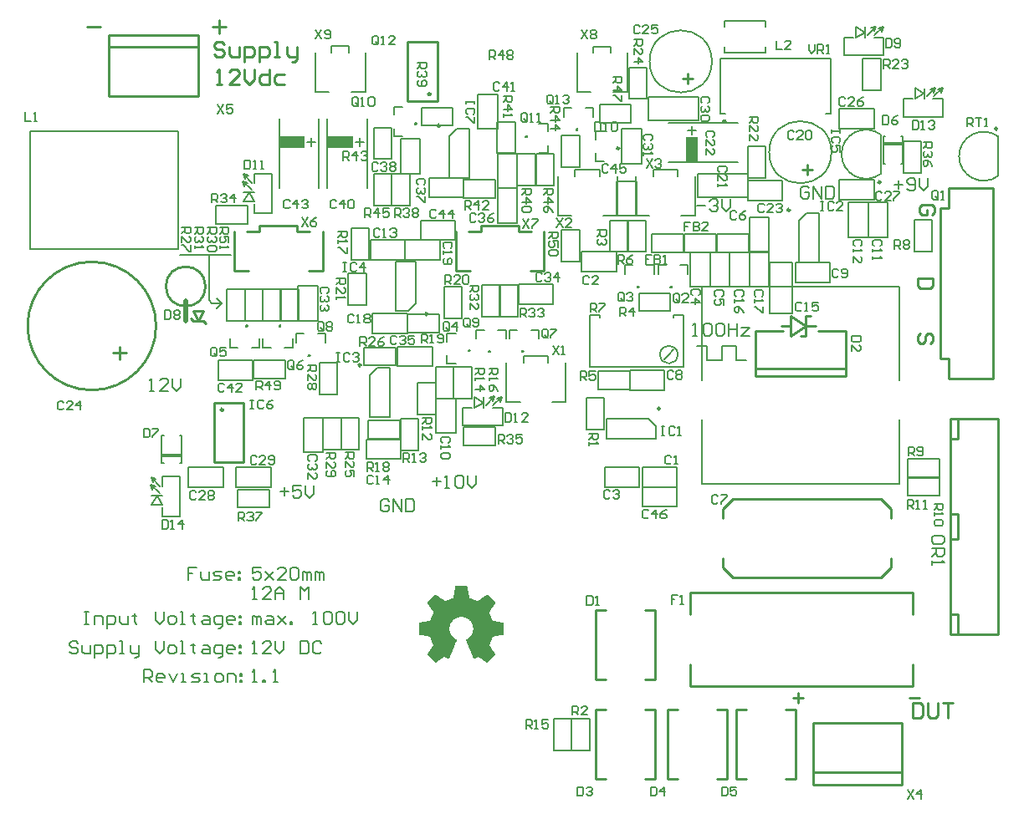
<source format=gto>
G04 Layer_Color=15065295*
%FSLAX43Y43*%
%MOMM*%
G71*
G01*
G75*
%ADD34C,0.500*%
%ADD37C,0.200*%
%ADD40C,0.300*%
%ADD70C,0.250*%
%ADD71C,0.254*%
%ADD72C,0.150*%
%ADD73R,2.600X1.250*%
%ADD74R,1.250X2.600*%
G36*
X116230Y87109D02*
X116252D01*
Y87087D01*
Y87065D01*
Y87043D01*
X116274D01*
Y87021D01*
Y86998D01*
Y86976D01*
Y86954D01*
Y86932D01*
Y86910D01*
X116296D01*
Y86888D01*
Y86866D01*
Y86843D01*
Y86821D01*
Y86799D01*
X116318D01*
Y86777D01*
Y86755D01*
Y86733D01*
Y86710D01*
Y86688D01*
X116340D01*
Y86666D01*
Y86644D01*
Y86622D01*
Y86600D01*
Y86578D01*
Y86555D01*
X116363D01*
Y86533D01*
Y86511D01*
Y86489D01*
Y86467D01*
Y86445D01*
X116385D01*
Y86422D01*
Y86400D01*
Y86378D01*
Y86356D01*
Y86334D01*
X116407D01*
Y86312D01*
Y86289D01*
Y86267D01*
Y86245D01*
Y86223D01*
Y86201D01*
X116429D01*
Y86179D01*
Y86157D01*
Y86134D01*
Y86112D01*
Y86090D01*
X116451D01*
Y86068D01*
Y86046D01*
Y86024D01*
Y86001D01*
Y85979D01*
X116473D01*
Y85957D01*
X116495D01*
Y85935D01*
X116540D01*
Y85913D01*
X116584D01*
Y85891D01*
X116651D01*
Y85868D01*
X116695D01*
Y85846D01*
X116761D01*
Y85824D01*
X116806D01*
Y85802D01*
X116850D01*
Y85780D01*
X116916D01*
Y85758D01*
X116961D01*
Y85736D01*
X117027D01*
Y85713D01*
X117072D01*
Y85691D01*
X117138D01*
Y85669D01*
X117182D01*
Y85647D01*
X117249D01*
Y85625D01*
X117315D01*
Y85647D01*
X117337D01*
Y85669D01*
X117382D01*
Y85691D01*
X117404D01*
Y85713D01*
X117448D01*
Y85736D01*
X117470D01*
Y85758D01*
X117515D01*
Y85780D01*
X117537D01*
Y85802D01*
X117559D01*
Y85824D01*
X117603D01*
Y85846D01*
X117625D01*
Y85868D01*
X117670D01*
Y85891D01*
X117692D01*
Y85913D01*
X117736D01*
Y85935D01*
X117758D01*
Y85957D01*
X117803D01*
Y85979D01*
X117825D01*
Y86001D01*
X117869D01*
Y86024D01*
X117891D01*
Y86046D01*
X117936D01*
Y86068D01*
X117958D01*
Y86090D01*
X117980D01*
Y86112D01*
X118024D01*
Y86134D01*
X118046D01*
Y86157D01*
X118091D01*
Y86179D01*
X118113D01*
Y86201D01*
X118157D01*
Y86223D01*
X118179D01*
Y86245D01*
X118224D01*
Y86267D01*
X118312D01*
Y86245D01*
X118335D01*
Y86223D01*
X118357D01*
Y86201D01*
X118379D01*
Y86179D01*
X118401D01*
Y86157D01*
X118423D01*
Y86134D01*
X118445D01*
Y86112D01*
X118467D01*
Y86090D01*
X118490D01*
Y86068D01*
X118512D01*
Y86046D01*
X118534D01*
Y86024D01*
X118556D01*
Y86001D01*
X118578D01*
Y85979D01*
X118600D01*
Y85957D01*
X118623D01*
Y85935D01*
X118645D01*
Y85913D01*
X118667D01*
Y85891D01*
X118689D01*
Y85868D01*
X118711D01*
Y85846D01*
X118733D01*
Y85824D01*
X118756D01*
Y85802D01*
X118778D01*
Y85780D01*
X118800D01*
Y85758D01*
X118822D01*
Y85736D01*
X118844D01*
Y85713D01*
X118866D01*
Y85691D01*
X118888D01*
Y85669D01*
X118911D01*
Y85647D01*
X118933D01*
Y85625D01*
X118955D01*
Y85603D01*
X118977D01*
Y85580D01*
X118999D01*
Y85558D01*
X119021D01*
Y85536D01*
X119044D01*
Y85514D01*
X119066D01*
Y85492D01*
X119088D01*
Y85470D01*
Y85447D01*
Y85425D01*
Y85403D01*
Y85381D01*
X119066D01*
Y85359D01*
X119044D01*
Y85337D01*
Y85315D01*
X119021D01*
Y85292D01*
X118999D01*
Y85270D01*
X118977D01*
Y85248D01*
Y85226D01*
X118955D01*
Y85204D01*
X118933D01*
Y85182D01*
Y85159D01*
X118911D01*
Y85137D01*
X118888D01*
Y85115D01*
Y85093D01*
X118866D01*
Y85071D01*
X118844D01*
Y85049D01*
Y85026D01*
X118822D01*
Y85004D01*
X118800D01*
Y84982D01*
Y84960D01*
X118778D01*
Y84938D01*
X118756D01*
Y84916D01*
X118733D01*
Y84894D01*
Y84871D01*
X118711D01*
Y84849D01*
X118689D01*
Y84827D01*
Y84805D01*
X118667D01*
Y84783D01*
X118645D01*
Y84761D01*
Y84738D01*
X118623D01*
Y84716D01*
X118600D01*
Y84694D01*
Y84672D01*
X118578D01*
Y84650D01*
X118556D01*
Y84628D01*
Y84606D01*
X118534D01*
Y84583D01*
X118512D01*
Y84561D01*
X118490D01*
Y84539D01*
Y84517D01*
X118467D01*
Y84495D01*
Y84473D01*
Y84450D01*
Y84428D01*
Y84406D01*
X118490D01*
Y84384D01*
Y84362D01*
X118512D01*
Y84340D01*
Y84317D01*
X118534D01*
Y84295D01*
Y84273D01*
Y84251D01*
X118556D01*
Y84229D01*
Y84207D01*
X118578D01*
Y84185D01*
Y84162D01*
X118600D01*
Y84140D01*
Y84118D01*
Y84096D01*
X118623D01*
Y84074D01*
Y84052D01*
X118645D01*
Y84029D01*
Y84007D01*
X118667D01*
Y83985D01*
Y83963D01*
Y83941D01*
X118689D01*
Y83919D01*
Y83896D01*
X118711D01*
Y83874D01*
Y83852D01*
X118733D01*
Y83830D01*
Y83808D01*
Y83786D01*
X118756D01*
Y83764D01*
Y83741D01*
X118778D01*
Y83719D01*
Y83697D01*
X118800D01*
Y83675D01*
Y83653D01*
X118822D01*
Y83631D01*
X118911D01*
Y83608D01*
X119044D01*
Y83586D01*
X119154D01*
Y83564D01*
X119265D01*
Y83542D01*
X119398D01*
Y83520D01*
X119509D01*
Y83498D01*
X119620D01*
Y83475D01*
X119753D01*
Y83453D01*
X119863D01*
Y83431D01*
X119930D01*
Y83409D01*
X119952D01*
Y83387D01*
Y83365D01*
Y83343D01*
Y83320D01*
Y83298D01*
Y83276D01*
Y83254D01*
Y83232D01*
Y83210D01*
Y83187D01*
Y83165D01*
Y83143D01*
Y83121D01*
Y83099D01*
Y83077D01*
Y83054D01*
Y83032D01*
Y83010D01*
Y82988D01*
Y82966D01*
Y82944D01*
Y82922D01*
Y82899D01*
Y82877D01*
Y82855D01*
Y82833D01*
Y82811D01*
Y82789D01*
Y82766D01*
Y82744D01*
Y82722D01*
Y82700D01*
Y82678D01*
Y82656D01*
Y82634D01*
Y82611D01*
Y82589D01*
Y82567D01*
Y82545D01*
Y82523D01*
Y82501D01*
Y82478D01*
Y82456D01*
Y82434D01*
Y82412D01*
Y82390D01*
Y82368D01*
Y82345D01*
Y82323D01*
Y82301D01*
Y82279D01*
Y82257D01*
Y82235D01*
X119908D01*
Y82213D01*
X119797D01*
Y82190D01*
X119664D01*
Y82168D01*
X119553D01*
Y82146D01*
X119442D01*
Y82124D01*
X119309D01*
Y82102D01*
X119199D01*
Y82080D01*
X119066D01*
Y82057D01*
X118955D01*
Y82035D01*
X118866D01*
Y82013D01*
X118844D01*
Y81991D01*
X118822D01*
Y81969D01*
Y81947D01*
X118800D01*
Y81924D01*
Y81902D01*
X118778D01*
Y81880D01*
Y81858D01*
Y81836D01*
X118756D01*
Y81814D01*
Y81792D01*
X118733D01*
Y81769D01*
Y81747D01*
Y81725D01*
X118711D01*
Y81703D01*
Y81681D01*
X118689D01*
Y81659D01*
Y81636D01*
Y81614D01*
X118667D01*
Y81592D01*
Y81570D01*
X118645D01*
Y81548D01*
Y81526D01*
Y81503D01*
X118623D01*
Y81481D01*
Y81459D01*
X118600D01*
Y81437D01*
Y81415D01*
X118578D01*
Y81393D01*
Y81371D01*
Y81348D01*
X118556D01*
Y81326D01*
Y81304D01*
X118534D01*
Y81282D01*
Y81260D01*
Y81238D01*
X118512D01*
Y81215D01*
Y81193D01*
Y81171D01*
X118490D01*
Y81149D01*
Y81127D01*
Y81105D01*
X118512D01*
Y81082D01*
X118534D01*
Y81060D01*
Y81038D01*
X118556D01*
Y81016D01*
X118578D01*
Y80994D01*
Y80972D01*
X118600D01*
Y80950D01*
X118623D01*
Y80927D01*
Y80905D01*
X118645D01*
Y80883D01*
X118667D01*
Y80861D01*
Y80839D01*
X118689D01*
Y80817D01*
X118711D01*
Y80794D01*
X118733D01*
Y80772D01*
Y80750D01*
X118756D01*
Y80728D01*
X118778D01*
Y80706D01*
Y80684D01*
X118800D01*
Y80662D01*
X118822D01*
Y80639D01*
Y80617D01*
X118844D01*
Y80595D01*
X118866D01*
Y80573D01*
Y80551D01*
X118888D01*
Y80529D01*
X118911D01*
Y80506D01*
Y80484D01*
X118933D01*
Y80462D01*
X118955D01*
Y80440D01*
X118977D01*
Y80418D01*
Y80396D01*
X118999D01*
Y80373D01*
X119021D01*
Y80351D01*
Y80329D01*
X119044D01*
Y80307D01*
X119066D01*
Y80285D01*
Y80263D01*
X119088D01*
Y80241D01*
Y80218D01*
Y80196D01*
Y80174D01*
Y80152D01*
X119066D01*
Y80130D01*
X119044D01*
Y80108D01*
X119021D01*
Y80085D01*
X118999D01*
Y80063D01*
X118977D01*
Y80041D01*
X118955D01*
Y80019D01*
X118933D01*
Y79997D01*
X118911D01*
Y79975D01*
X118888D01*
Y79952D01*
X118866D01*
Y79930D01*
X118844D01*
Y79908D01*
X118822D01*
Y79886D01*
X118800D01*
Y79864D01*
X118778D01*
Y79842D01*
X118756D01*
Y79820D01*
X118733D01*
Y79797D01*
X118711D01*
Y79775D01*
X118689D01*
Y79753D01*
X118667D01*
Y79731D01*
X118645D01*
Y79709D01*
X118623D01*
Y79687D01*
X118600D01*
Y79664D01*
X118578D01*
Y79642D01*
X118556D01*
Y79620D01*
X118534D01*
Y79598D01*
X118512D01*
Y79576D01*
X118490D01*
Y79554D01*
X118467D01*
Y79531D01*
X118445D01*
Y79509D01*
X118423D01*
Y79487D01*
X118401D01*
Y79465D01*
X118379D01*
Y79443D01*
X118357D01*
Y79421D01*
X118335D01*
Y79399D01*
X118290D01*
Y79376D01*
X118246D01*
Y79399D01*
X118202D01*
Y79421D01*
X118179D01*
Y79443D01*
X118135D01*
Y79465D01*
X118113D01*
Y79487D01*
X118069D01*
Y79509D01*
X118046D01*
Y79531D01*
X118002D01*
Y79554D01*
X117980D01*
Y79576D01*
X117936D01*
Y79598D01*
X117914D01*
Y79620D01*
X117869D01*
Y79642D01*
X117847D01*
Y79664D01*
X117825D01*
Y79687D01*
X117781D01*
Y79709D01*
X117758D01*
Y79731D01*
X117714D01*
Y79753D01*
X117692D01*
Y79775D01*
X117648D01*
Y79797D01*
X117625D01*
Y79820D01*
X117581D01*
Y79842D01*
X117559D01*
Y79864D01*
X117515D01*
Y79886D01*
X117493D01*
Y79908D01*
X117470D01*
Y79930D01*
X117426D01*
Y79952D01*
X117404D01*
Y79975D01*
X117315D01*
Y79952D01*
X117271D01*
Y79930D01*
X117227D01*
Y79908D01*
X117182D01*
Y79886D01*
X117138D01*
Y79864D01*
X117094D01*
Y79842D01*
X117072D01*
Y79820D01*
X117027D01*
Y79797D01*
X116983D01*
Y79775D01*
X116894D01*
Y79797D01*
X116872D01*
Y79820D01*
Y79842D01*
X116850D01*
Y79864D01*
Y79886D01*
X116828D01*
Y79908D01*
Y79930D01*
Y79952D01*
X116806D01*
Y79975D01*
Y79997D01*
X116784D01*
Y80019D01*
Y80041D01*
Y80063D01*
X116761D01*
Y80085D01*
Y80108D01*
X116739D01*
Y80130D01*
Y80152D01*
X116717D01*
Y80174D01*
Y80196D01*
Y80218D01*
X116695D01*
Y80241D01*
Y80263D01*
X116673D01*
Y80285D01*
Y80307D01*
Y80329D01*
X116651D01*
Y80351D01*
Y80373D01*
X116628D01*
Y80396D01*
Y80418D01*
X116606D01*
Y80440D01*
Y80462D01*
Y80484D01*
X116584D01*
Y80506D01*
Y80529D01*
X116562D01*
Y80551D01*
Y80573D01*
Y80595D01*
X116540D01*
Y80617D01*
Y80639D01*
X116518D01*
Y80662D01*
Y80684D01*
Y80706D01*
X116495D01*
Y80728D01*
Y80750D01*
X116473D01*
Y80772D01*
Y80794D01*
X116451D01*
Y80817D01*
Y80839D01*
Y80861D01*
X116429D01*
Y80883D01*
Y80905D01*
X116407D01*
Y80927D01*
Y80950D01*
Y80972D01*
X116385D01*
Y80994D01*
Y81016D01*
X116363D01*
Y81038D01*
Y81060D01*
X116340D01*
Y81082D01*
Y81105D01*
Y81127D01*
X116318D01*
Y81149D01*
Y81171D01*
X116296D01*
Y81193D01*
Y81215D01*
Y81238D01*
X116274D01*
Y81260D01*
Y81282D01*
X116252D01*
Y81304D01*
Y81326D01*
Y81348D01*
X116230D01*
Y81371D01*
Y81393D01*
X116207D01*
Y81415D01*
Y81437D01*
X116185D01*
Y81459D01*
Y81481D01*
Y81503D01*
X116163D01*
Y81526D01*
Y81548D01*
X116141D01*
Y81570D01*
Y81592D01*
Y81614D01*
X116119D01*
Y81636D01*
Y81659D01*
Y81681D01*
Y81703D01*
X116141D01*
Y81725D01*
X116185D01*
Y81747D01*
X116207D01*
Y81769D01*
X116252D01*
Y81792D01*
X116274D01*
Y81814D01*
X116296D01*
Y81836D01*
X116340D01*
Y81858D01*
X116363D01*
Y81880D01*
X116385D01*
Y81902D01*
X116429D01*
Y81924D01*
X116451D01*
Y81947D01*
X116473D01*
Y81969D01*
X116495D01*
Y81991D01*
X116518D01*
Y82013D01*
X116540D01*
Y82035D01*
X116562D01*
Y82057D01*
X116584D01*
Y82080D01*
Y82102D01*
X116606D01*
Y82124D01*
X116628D01*
Y82146D01*
X116651D01*
Y82168D01*
Y82190D01*
X116673D01*
Y82213D01*
Y82235D01*
X116695D01*
Y82257D01*
X116717D01*
Y82279D01*
Y82301D01*
X116739D01*
Y82323D01*
Y82345D01*
Y82368D01*
X116761D01*
Y82390D01*
Y82412D01*
X116784D01*
Y82434D01*
Y82456D01*
Y82478D01*
X116806D01*
Y82501D01*
Y82523D01*
Y82545D01*
Y82567D01*
X116828D01*
Y82589D01*
Y82611D01*
Y82634D01*
Y82656D01*
Y82678D01*
Y82700D01*
X116850D01*
Y82722D01*
Y82744D01*
Y82766D01*
Y82789D01*
Y82811D01*
Y82833D01*
Y82855D01*
Y82877D01*
Y82899D01*
Y82922D01*
Y82944D01*
X116828D01*
Y82966D01*
Y82988D01*
Y83010D01*
Y83032D01*
Y83054D01*
Y83077D01*
X116806D01*
Y83099D01*
Y83121D01*
Y83143D01*
Y83165D01*
X116784D01*
Y83187D01*
Y83210D01*
Y83232D01*
X116761D01*
Y83254D01*
Y83276D01*
Y83298D01*
X116739D01*
Y83320D01*
Y83343D01*
X116717D01*
Y83365D01*
Y83387D01*
X116695D01*
Y83409D01*
X116673D01*
Y83431D01*
Y83453D01*
X116651D01*
Y83475D01*
Y83498D01*
X116628D01*
Y83520D01*
X116606D01*
Y83542D01*
X116584D01*
Y83564D01*
Y83586D01*
X116562D01*
Y83608D01*
X116540D01*
Y83631D01*
X116518D01*
Y83653D01*
X116495D01*
Y83675D01*
X116473D01*
Y83697D01*
X116451D01*
Y83719D01*
X116429D01*
Y83741D01*
X116407D01*
Y83764D01*
X116363D01*
Y83786D01*
X116340D01*
Y83808D01*
X116318D01*
Y83830D01*
X116274D01*
Y83852D01*
X116230D01*
Y83874D01*
X116185D01*
Y83896D01*
X116141D01*
Y83919D01*
X116097D01*
Y83941D01*
X116030D01*
Y83963D01*
X115964D01*
Y83985D01*
X115875D01*
Y84007D01*
X115676D01*
Y84029D01*
X115631D01*
Y84007D01*
X115410D01*
Y83985D01*
X115321D01*
Y83963D01*
X115255D01*
Y83941D01*
X115188D01*
Y83919D01*
X115144D01*
Y83896D01*
X115100D01*
Y83874D01*
X115055D01*
Y83852D01*
X115033D01*
Y83830D01*
X114989D01*
Y83808D01*
X114944D01*
Y83786D01*
X114922D01*
Y83764D01*
X114900D01*
Y83741D01*
X114878D01*
Y83719D01*
X114856D01*
Y83697D01*
X114812D01*
Y83675D01*
X114789D01*
Y83653D01*
X114767D01*
Y83631D01*
Y83608D01*
X114745D01*
Y83586D01*
X114723D01*
Y83564D01*
X114701D01*
Y83542D01*
X114679D01*
Y83520D01*
Y83498D01*
X114656D01*
Y83475D01*
X114634D01*
Y83453D01*
Y83431D01*
X114612D01*
Y83409D01*
X114590D01*
Y83387D01*
Y83365D01*
X114568D01*
Y83343D01*
Y83320D01*
X114546D01*
Y83298D01*
Y83276D01*
Y83254D01*
X114523D01*
Y83232D01*
Y83210D01*
X114501D01*
Y83187D01*
Y83165D01*
Y83143D01*
Y83121D01*
X114479D01*
Y83099D01*
Y83077D01*
Y83054D01*
Y83032D01*
X114457D01*
Y83010D01*
Y82988D01*
Y82966D01*
Y82944D01*
Y82922D01*
Y82899D01*
Y82877D01*
Y82855D01*
Y82833D01*
Y82811D01*
Y82789D01*
Y82766D01*
Y82744D01*
Y82722D01*
Y82700D01*
Y82678D01*
Y82656D01*
Y82634D01*
Y82611D01*
X114479D01*
Y82589D01*
Y82567D01*
Y82545D01*
Y82523D01*
X114501D01*
Y82501D01*
Y82478D01*
Y82456D01*
Y82434D01*
X114523D01*
Y82412D01*
Y82390D01*
X114546D01*
Y82368D01*
Y82345D01*
Y82323D01*
X114568D01*
Y82301D01*
Y82279D01*
X114590D01*
Y82257D01*
Y82235D01*
X114612D01*
Y82213D01*
X114634D01*
Y82190D01*
Y82168D01*
X114656D01*
Y82146D01*
X114679D01*
Y82124D01*
Y82102D01*
X114701D01*
Y82080D01*
X114723D01*
Y82057D01*
X114745D01*
Y82035D01*
X114767D01*
Y82013D01*
X114789D01*
Y81991D01*
X114812D01*
Y81969D01*
X114834D01*
Y81947D01*
X114856D01*
Y81924D01*
X114878D01*
Y81902D01*
X114900D01*
Y81880D01*
X114922D01*
Y81858D01*
X114967D01*
Y81836D01*
X114989D01*
Y81814D01*
X115011D01*
Y81792D01*
X115055D01*
Y81769D01*
X115077D01*
Y81747D01*
X115122D01*
Y81725D01*
X115166D01*
Y81703D01*
Y81681D01*
X115188D01*
Y81659D01*
Y81636D01*
X115166D01*
Y81614D01*
Y81592D01*
Y81570D01*
X115144D01*
Y81548D01*
Y81526D01*
X115122D01*
Y81503D01*
Y81481D01*
X115100D01*
Y81459D01*
Y81437D01*
Y81415D01*
X115077D01*
Y81393D01*
Y81371D01*
X115055D01*
Y81348D01*
Y81326D01*
Y81304D01*
X115033D01*
Y81282D01*
Y81260D01*
X115011D01*
Y81238D01*
Y81215D01*
Y81193D01*
X114989D01*
Y81171D01*
Y81149D01*
X114967D01*
Y81127D01*
Y81105D01*
X114944D01*
Y81082D01*
Y81060D01*
Y81038D01*
X114922D01*
Y81016D01*
Y80994D01*
X114900D01*
Y80972D01*
Y80950D01*
Y80927D01*
X114878D01*
Y80905D01*
Y80883D01*
X114856D01*
Y80861D01*
Y80839D01*
X114834D01*
Y80817D01*
Y80794D01*
Y80772D01*
X114812D01*
Y80750D01*
Y80728D01*
X114789D01*
Y80706D01*
Y80684D01*
Y80662D01*
X114767D01*
Y80639D01*
Y80617D01*
X114745D01*
Y80595D01*
Y80573D01*
X114723D01*
Y80551D01*
Y80529D01*
Y80506D01*
X114701D01*
Y80484D01*
Y80462D01*
X114679D01*
Y80440D01*
Y80418D01*
Y80396D01*
X114656D01*
Y80373D01*
Y80351D01*
X114634D01*
Y80329D01*
Y80307D01*
Y80285D01*
X114612D01*
Y80263D01*
Y80241D01*
X114590D01*
Y80218D01*
Y80196D01*
X114568D01*
Y80174D01*
Y80152D01*
Y80130D01*
X114546D01*
Y80108D01*
Y80085D01*
X114523D01*
Y80063D01*
Y80041D01*
Y80019D01*
X114501D01*
Y79997D01*
Y79975D01*
X114479D01*
Y79952D01*
Y79930D01*
X114457D01*
Y79908D01*
Y79886D01*
Y79864D01*
X114435D01*
Y79842D01*
Y79820D01*
X114413D01*
Y79797D01*
Y79775D01*
X114324D01*
Y79797D01*
X114280D01*
Y79820D01*
X114235D01*
Y79842D01*
X114191D01*
Y79864D01*
X114147D01*
Y79886D01*
X114102D01*
Y79908D01*
X114058D01*
Y79930D01*
X114036D01*
Y79952D01*
X113992D01*
Y79975D01*
X113903D01*
Y79952D01*
X113859D01*
Y79930D01*
X113837D01*
Y79908D01*
X113814D01*
Y79886D01*
X113770D01*
Y79864D01*
X113748D01*
Y79842D01*
X113704D01*
Y79820D01*
X113681D01*
Y79797D01*
X113637D01*
Y79775D01*
X113615D01*
Y79753D01*
X113571D01*
Y79731D01*
X113549D01*
Y79709D01*
X113504D01*
Y79687D01*
X113482D01*
Y79664D01*
X113438D01*
Y79642D01*
X113416D01*
Y79620D01*
X113393D01*
Y79598D01*
X113349D01*
Y79576D01*
X113327D01*
Y79554D01*
X113283D01*
Y79531D01*
X113260D01*
Y79509D01*
X113216D01*
Y79487D01*
X113194D01*
Y79465D01*
X113150D01*
Y79443D01*
X113128D01*
Y79421D01*
X113083D01*
Y79399D01*
X113061D01*
Y79376D01*
X112995D01*
Y79399D01*
X112972D01*
Y79421D01*
X112950D01*
Y79443D01*
X112928D01*
Y79465D01*
X112906D01*
Y79487D01*
X112884D01*
Y79509D01*
X112862D01*
Y79531D01*
X112840D01*
Y79554D01*
X112817D01*
Y79576D01*
X112795D01*
Y79598D01*
X112773D01*
Y79620D01*
X112751D01*
Y79642D01*
X112729D01*
Y79664D01*
X112707D01*
Y79687D01*
X112684D01*
Y79709D01*
X112662D01*
Y79731D01*
X112640D01*
Y79753D01*
X112618D01*
Y79775D01*
X112596D01*
Y79797D01*
X112574D01*
Y79820D01*
X112551D01*
Y79842D01*
X112529D01*
Y79864D01*
X112507D01*
Y79886D01*
X112485D01*
Y79908D01*
X112463D01*
Y79930D01*
X112441D01*
Y79952D01*
X112419D01*
Y79975D01*
X112396D01*
Y79997D01*
X112374D01*
Y80019D01*
X112352D01*
Y80041D01*
X112330D01*
Y80063D01*
X112308D01*
Y80085D01*
X112286D01*
Y80108D01*
X112263D01*
Y80130D01*
X112241D01*
Y80152D01*
X112219D01*
Y80174D01*
X112197D01*
Y80196D01*
Y80218D01*
Y80241D01*
Y80263D01*
X112219D01*
Y80285D01*
X112241D01*
Y80307D01*
X112263D01*
Y80329D01*
Y80351D01*
X112286D01*
Y80373D01*
X112308D01*
Y80396D01*
Y80418D01*
X112330D01*
Y80440D01*
X112352D01*
Y80462D01*
Y80484D01*
X112374D01*
Y80506D01*
X112396D01*
Y80529D01*
Y80551D01*
X112419D01*
Y80573D01*
X112441D01*
Y80595D01*
Y80617D01*
X112463D01*
Y80639D01*
X112485D01*
Y80662D01*
X112507D01*
Y80684D01*
Y80706D01*
X112529D01*
Y80728D01*
X112551D01*
Y80750D01*
Y80772D01*
X112574D01*
Y80794D01*
X112596D01*
Y80817D01*
Y80839D01*
X112618D01*
Y80861D01*
X112640D01*
Y80883D01*
Y80905D01*
X112662D01*
Y80927D01*
X112684D01*
Y80950D01*
Y80972D01*
X112707D01*
Y80994D01*
X112729D01*
Y81016D01*
X112751D01*
Y81038D01*
Y81060D01*
X112773D01*
Y81082D01*
X112795D01*
Y81105D01*
Y81127D01*
Y81149D01*
Y81171D01*
Y81193D01*
Y81215D01*
X112773D01*
Y81238D01*
Y81260D01*
X112751D01*
Y81282D01*
Y81304D01*
Y81326D01*
X112729D01*
Y81348D01*
Y81371D01*
X112707D01*
Y81393D01*
Y81415D01*
Y81437D01*
X112684D01*
Y81459D01*
Y81481D01*
X112662D01*
Y81503D01*
Y81526D01*
Y81548D01*
X112640D01*
Y81570D01*
Y81592D01*
X112618D01*
Y81614D01*
Y81636D01*
Y81659D01*
X112596D01*
Y81681D01*
Y81703D01*
X112574D01*
Y81725D01*
Y81747D01*
Y81769D01*
X112551D01*
Y81792D01*
Y81814D01*
X112529D01*
Y81836D01*
Y81858D01*
Y81880D01*
X112507D01*
Y81902D01*
Y81924D01*
X112485D01*
Y81947D01*
Y81969D01*
Y81991D01*
X112463D01*
Y82013D01*
X112441D01*
Y82035D01*
X112330D01*
Y82057D01*
X112219D01*
Y82080D01*
X112108D01*
Y82102D01*
X111975D01*
Y82124D01*
X111865D01*
Y82146D01*
X111754D01*
Y82168D01*
X111621D01*
Y82190D01*
X111510D01*
Y82213D01*
X111377D01*
Y82235D01*
X111355D01*
Y82257D01*
X111333D01*
Y82279D01*
Y82301D01*
Y82323D01*
Y82345D01*
Y82368D01*
Y82390D01*
Y82412D01*
Y82434D01*
Y82456D01*
Y82478D01*
Y82501D01*
Y82523D01*
Y82545D01*
Y82567D01*
Y82589D01*
Y82611D01*
Y82634D01*
Y82656D01*
Y82678D01*
Y82700D01*
Y82722D01*
Y82744D01*
Y82766D01*
Y82789D01*
Y82811D01*
Y82833D01*
Y82855D01*
Y82877D01*
Y82899D01*
Y82922D01*
Y82944D01*
Y82966D01*
Y82988D01*
Y83010D01*
Y83032D01*
Y83054D01*
Y83077D01*
Y83099D01*
Y83121D01*
Y83143D01*
Y83165D01*
Y83187D01*
Y83210D01*
Y83232D01*
Y83254D01*
Y83276D01*
Y83298D01*
Y83320D01*
Y83343D01*
Y83365D01*
Y83387D01*
Y83409D01*
X111355D01*
Y83431D01*
X111421D01*
Y83453D01*
X111554D01*
Y83475D01*
X111665D01*
Y83498D01*
X111776D01*
Y83520D01*
X111909D01*
Y83542D01*
X112020D01*
Y83564D01*
X112153D01*
Y83586D01*
X112263D01*
Y83608D01*
X112396D01*
Y83631D01*
X112463D01*
Y83653D01*
X112485D01*
Y83675D01*
X112507D01*
Y83697D01*
Y83719D01*
X112529D01*
Y83741D01*
Y83764D01*
X112551D01*
Y83786D01*
Y83808D01*
Y83830D01*
X112574D01*
Y83852D01*
Y83874D01*
X112596D01*
Y83896D01*
Y83919D01*
X112618D01*
Y83941D01*
Y83963D01*
Y83985D01*
X112640D01*
Y84007D01*
Y84029D01*
X112662D01*
Y84052D01*
Y84074D01*
X112684D01*
Y84096D01*
Y84118D01*
Y84140D01*
X112707D01*
Y84162D01*
Y84185D01*
X112729D01*
Y84207D01*
Y84229D01*
X112751D01*
Y84251D01*
Y84273D01*
Y84295D01*
X112773D01*
Y84317D01*
Y84340D01*
X112795D01*
Y84362D01*
Y84384D01*
X112817D01*
Y84406D01*
Y84428D01*
Y84450D01*
X112840D01*
Y84473D01*
Y84495D01*
X112817D01*
Y84517D01*
Y84539D01*
X112795D01*
Y84561D01*
X112773D01*
Y84583D01*
Y84606D01*
X112751D01*
Y84628D01*
X112729D01*
Y84650D01*
Y84672D01*
X112707D01*
Y84694D01*
X112684D01*
Y84716D01*
Y84738D01*
X112662D01*
Y84761D01*
X112640D01*
Y84783D01*
X112618D01*
Y84805D01*
Y84827D01*
X112596D01*
Y84849D01*
X112574D01*
Y84871D01*
Y84894D01*
X112551D01*
Y84916D01*
X112529D01*
Y84938D01*
Y84960D01*
X112507D01*
Y84982D01*
X112485D01*
Y85004D01*
Y85026D01*
X112463D01*
Y85049D01*
X112441D01*
Y85071D01*
Y85093D01*
X112419D01*
Y85115D01*
X112396D01*
Y85137D01*
X112374D01*
Y85159D01*
Y85182D01*
X112352D01*
Y85204D01*
X112330D01*
Y85226D01*
Y85248D01*
X112308D01*
Y85270D01*
X112286D01*
Y85292D01*
Y85315D01*
X112263D01*
Y85337D01*
X112241D01*
Y85359D01*
Y85381D01*
X112219D01*
Y85403D01*
X112197D01*
Y85425D01*
Y85447D01*
Y85470D01*
Y85492D01*
X112219D01*
Y85514D01*
X112241D01*
Y85536D01*
X112263D01*
Y85558D01*
X112286D01*
Y85580D01*
X112308D01*
Y85603D01*
X112330D01*
Y85625D01*
X112352D01*
Y85647D01*
X112374D01*
Y85669D01*
X112396D01*
Y85691D01*
X112419D01*
Y85713D01*
X112441D01*
Y85736D01*
X112463D01*
Y85758D01*
X112485D01*
Y85780D01*
X112507D01*
Y85802D01*
X112529D01*
Y85824D01*
X112551D01*
Y85846D01*
X112574D01*
Y85868D01*
X112596D01*
Y85891D01*
X112618D01*
Y85913D01*
X112640D01*
Y85935D01*
X112662D01*
Y85957D01*
X112684D01*
Y85979D01*
X112707D01*
Y86001D01*
X112729D01*
Y86024D01*
X112751D01*
Y86046D01*
X112773D01*
Y86068D01*
X112795D01*
Y86090D01*
X112817D01*
Y86112D01*
X112840D01*
Y86134D01*
X112862D01*
Y86157D01*
X112884D01*
Y86179D01*
X112906D01*
Y86201D01*
X112928D01*
Y86223D01*
X112950D01*
Y86245D01*
X112972D01*
Y86267D01*
X113083D01*
Y86245D01*
X113105D01*
Y86223D01*
X113150D01*
Y86201D01*
X113172D01*
Y86179D01*
X113216D01*
Y86157D01*
X113238D01*
Y86134D01*
X113283D01*
Y86112D01*
X113305D01*
Y86090D01*
X113349D01*
Y86068D01*
X113371D01*
Y86046D01*
X113393D01*
Y86024D01*
X113438D01*
Y86001D01*
X113460D01*
Y85979D01*
X113504D01*
Y85957D01*
X113526D01*
Y85935D01*
X113571D01*
Y85913D01*
X113593D01*
Y85891D01*
X113637D01*
Y85868D01*
X113659D01*
Y85846D01*
X113704D01*
Y85824D01*
X113726D01*
Y85802D01*
X113770D01*
Y85780D01*
X113792D01*
Y85758D01*
X113814D01*
Y85736D01*
X113859D01*
Y85713D01*
X113881D01*
Y85691D01*
X113925D01*
Y85669D01*
X113947D01*
Y85647D01*
X113992D01*
Y85625D01*
X114058D01*
Y85647D01*
X114102D01*
Y85669D01*
X114169D01*
Y85691D01*
X114213D01*
Y85713D01*
X114280D01*
Y85736D01*
X114324D01*
Y85758D01*
X114391D01*
Y85780D01*
X114435D01*
Y85802D01*
X114479D01*
Y85824D01*
X114546D01*
Y85846D01*
X114590D01*
Y85868D01*
X114656D01*
Y85891D01*
X114701D01*
Y85913D01*
X114767D01*
Y85935D01*
X114812D01*
Y85957D01*
X114834D01*
Y85979D01*
Y86001D01*
Y86024D01*
X114856D01*
Y86046D01*
Y86068D01*
Y86090D01*
Y86112D01*
Y86134D01*
Y86157D01*
X114878D01*
Y86179D01*
Y86201D01*
Y86223D01*
Y86245D01*
Y86267D01*
X114900D01*
Y86289D01*
Y86312D01*
Y86334D01*
Y86356D01*
Y86378D01*
X114922D01*
Y86400D01*
Y86422D01*
Y86445D01*
Y86467D01*
Y86489D01*
Y86511D01*
X114944D01*
Y86533D01*
Y86555D01*
Y86578D01*
Y86600D01*
Y86622D01*
X114967D01*
Y86644D01*
Y86666D01*
Y86688D01*
Y86710D01*
Y86733D01*
X114989D01*
Y86755D01*
Y86777D01*
Y86799D01*
Y86821D01*
Y86843D01*
Y86866D01*
X115011D01*
Y86888D01*
Y86910D01*
Y86932D01*
Y86954D01*
Y86976D01*
X115033D01*
Y86998D01*
Y87021D01*
Y87043D01*
Y87065D01*
Y87087D01*
X115055D01*
Y87109D01*
Y87131D01*
X116230D01*
Y87109D01*
D02*
G37*
D34*
X87750Y114000D02*
Y116000D01*
D37*
X137548Y110600D02*
G03*
X137548Y110600I-898J0D01*
G01*
X170000Y132680D02*
G03*
X170000Y128720I-1500J-1980D01*
G01*
X158100Y132880D02*
G03*
X158100Y128920I-1500J-1980D01*
G01*
X141000Y140300D02*
G03*
X141000Y140300I-3150J0D01*
G01*
X153100Y131100D02*
G03*
X153100Y131100I-3150J0D01*
G01*
X129200Y132400D02*
Y133200D01*
X130100D01*
X129200Y130200D02*
Y131000D01*
Y130200D02*
X130100D01*
X133300Y124675D02*
Y128660D01*
Y124675D02*
X134700D01*
X137900D02*
X139300D01*
Y128650D01*
X137550Y128660D02*
Y129295D01*
X135050D02*
X137550D01*
X135050Y128660D02*
Y129295D01*
X125400Y124675D02*
Y128660D01*
Y124675D02*
X126800D01*
X130000D02*
X131400D01*
Y128650D01*
X129650Y128660D02*
Y129295D01*
X127150D02*
X129650D01*
X127150Y128660D02*
Y129295D01*
X120200Y105825D02*
Y109810D01*
Y105825D02*
X121600D01*
X124800D02*
X126200D01*
Y109800D01*
X124450Y109810D02*
Y110445D01*
X121950D02*
X124450D01*
X121950Y109810D02*
Y110445D01*
X136610Y110560D02*
X136610D01*
X128650Y109350D02*
Y114600D01*
X129650D01*
Y114350D02*
Y114600D01*
X137150Y114350D02*
Y114600D01*
X138150Y109350D02*
X138150Y114600D01*
X128650Y109350D02*
X138150D01*
X137150Y114600D02*
X138150D01*
X136150Y110100D02*
X136610Y110560D01*
X136610D02*
X137150Y111100D01*
X102500Y141210D02*
Y141845D01*
X104300D01*
Y141210D02*
Y141845D01*
X105950Y137225D02*
Y141200D01*
X104550Y137225D02*
X105950D01*
X100850D02*
X102250D01*
X100850D02*
Y141210D01*
X129000Y141185D02*
Y141820D01*
X130800D01*
Y141185D02*
Y141820D01*
X132450Y137200D02*
Y141175D01*
X131050Y137200D02*
X132450D01*
X127350D02*
X128750D01*
X127350D02*
Y141185D01*
X141882Y140572D02*
X153058D01*
Y134984D02*
Y140572D01*
X141882Y134984D02*
Y140572D01*
Y134984D02*
X142390D01*
X152550D02*
X153058D01*
X170000Y128720D02*
Y132680D01*
X126000Y134700D02*
Y135600D01*
X126800D01*
X129000Y134700D02*
Y135600D01*
X128200D02*
X129000D01*
X117150Y112200D02*
Y113100D01*
X117950D01*
X120150Y112200D02*
Y113100D01*
X119350D02*
X120150D01*
X98900Y111800D02*
Y112700D01*
X99700D01*
X101900Y111800D02*
Y112700D01*
X101100D02*
X101900D01*
X120500Y112200D02*
Y113100D01*
X121300D01*
X123500Y112200D02*
Y113100D01*
X122700D02*
X123500D01*
X98550Y111300D02*
Y112200D01*
X97750Y111300D02*
X98550D01*
X95550D02*
Y112200D01*
Y111300D02*
X96350D01*
X95200D02*
Y112200D01*
X94400Y111300D02*
X95200D01*
X92200D02*
Y112200D01*
Y111300D02*
X93000D01*
X114200Y109700D02*
X115100D01*
X114200D02*
Y110500D01*
Y112700D02*
X115100D01*
X114200Y111900D02*
Y112700D01*
X132200Y118750D02*
Y119650D01*
X133000D01*
X135200Y118750D02*
Y119650D01*
X134400D02*
X135200D01*
X135550Y118750D02*
Y119650D01*
X136350D01*
X138550Y118750D02*
Y119650D01*
X137750D02*
X138550D01*
X72000Y121250D02*
Y133250D01*
Y121250D02*
X87000D01*
Y133250D01*
X72000D02*
X87000D01*
X116416Y128500D02*
Y133500D01*
X114384Y128500D02*
X116416D01*
X114384D02*
Y132734D01*
X115150Y133500D01*
X116416D01*
X158100Y128920D02*
Y132880D01*
X109034Y115000D02*
Y120000D01*
X111066D01*
Y115766D02*
Y120000D01*
X110300Y115000D02*
X111066Y115766D01*
X109034Y115000D02*
X110300D01*
X108416Y104250D02*
Y109250D01*
X106384Y104250D02*
X108416D01*
X106384D02*
Y108484D01*
X107150Y109250D01*
X108416D01*
X151816Y119950D02*
Y124950D01*
X149784Y119950D02*
X151816D01*
X149784D02*
Y124184D01*
X150550Y124950D01*
X151816D01*
X130350Y102084D02*
X135350D01*
X130350D02*
Y104116D01*
X134584D01*
X135350Y103350D01*
Y102084D02*
Y103350D01*
X108800Y132700D02*
X109700D01*
X108800D02*
Y133500D01*
Y135700D02*
X109700D01*
X108800Y134900D02*
Y135700D01*
X123500Y134000D02*
X124400D01*
Y133200D02*
Y134000D01*
X123500Y131000D02*
X124400D01*
Y131800D01*
X87200Y120700D02*
X92300D01*
X90100Y116100D02*
Y120700D01*
Y116100D02*
X90400Y115800D01*
X91400D01*
X88800Y120700D02*
X90100D01*
X90900Y116300D02*
X91400Y115800D01*
X90900Y115300D02*
X91400Y115800D01*
X142250Y141200D02*
X146450D01*
X142250Y144400D02*
X146450D01*
X142250Y143800D02*
Y144400D01*
X146450Y143800D02*
Y144400D01*
Y141200D02*
Y141800D01*
X142250Y141200D02*
Y141800D01*
X164308Y92250D02*
X164520Y92038D01*
Y91615D01*
X164308Y91404D01*
X163462D01*
X163250Y91615D01*
Y92038D01*
X163462Y92250D01*
X164308D01*
X163250Y90980D02*
X164520D01*
Y90346D01*
X164308Y90134D01*
X163885D01*
X163673Y90346D01*
Y90980D01*
Y90557D02*
X163250Y90134D01*
Y89711D02*
Y89288D01*
Y89499D01*
X164520D01*
X164308Y89711D01*
X94500Y80300D02*
X94923D01*
X94712D01*
Y81570D01*
X94500Y81358D01*
X96404Y80300D02*
X95558D01*
X96404Y81146D01*
Y81358D01*
X96193Y81570D01*
X95770D01*
X95558Y81358D01*
X96828Y81570D02*
Y80723D01*
X97251Y80300D01*
X97674Y80723D01*
Y81570D01*
X99367D02*
Y80300D01*
X100002D01*
X100213Y80512D01*
Y81358D01*
X100002Y81570D01*
X99367D01*
X101483Y81358D02*
X101271Y81570D01*
X100848D01*
X100636Y81358D01*
Y80512D01*
X100848Y80300D01*
X101271D01*
X101483Y80512D01*
X76846Y81358D02*
X76635Y81570D01*
X76212D01*
X76000Y81358D01*
Y81146D01*
X76212Y80935D01*
X76635D01*
X76846Y80723D01*
Y80512D01*
X76635Y80300D01*
X76212D01*
X76000Y80512D01*
X77270Y81146D02*
Y80512D01*
X77481Y80300D01*
X78116D01*
Y81146D01*
X78539Y79877D02*
Y81146D01*
X79174D01*
X79386Y80935D01*
Y80512D01*
X79174Y80300D01*
X78539D01*
X79809Y79877D02*
Y81146D01*
X80444D01*
X80655Y80935D01*
Y80512D01*
X80444Y80300D01*
X79809D01*
X81078D02*
X81502D01*
X81290D01*
Y81570D01*
X81078D01*
X82136Y81146D02*
Y80512D01*
X82348Y80300D01*
X82983D01*
Y80088D01*
X82771Y79877D01*
X82560D01*
X82983Y80300D02*
Y81146D01*
X84676Y81570D02*
Y80723D01*
X85099Y80300D01*
X85522Y80723D01*
Y81570D01*
X86157Y80300D02*
X86580D01*
X86791Y80512D01*
Y80935D01*
X86580Y81146D01*
X86157D01*
X85945Y80935D01*
Y80512D01*
X86157Y80300D01*
X87215D02*
X87638D01*
X87426D01*
Y81570D01*
X87215D01*
X88484Y81358D02*
Y81146D01*
X88273D01*
X88696D01*
X88484D01*
Y80512D01*
X88696Y80300D01*
X89542Y81146D02*
X89965D01*
X90177Y80935D01*
Y80300D01*
X89542D01*
X89331Y80512D01*
X89542Y80723D01*
X90177D01*
X91023Y79877D02*
X91235D01*
X91447Y80088D01*
Y81146D01*
X90812D01*
X90600Y80935D01*
Y80512D01*
X90812Y80300D01*
X91447D01*
X92505D02*
X92081D01*
X91870Y80512D01*
Y80935D01*
X92081Y81146D01*
X92505D01*
X92716Y80935D01*
Y80723D01*
X91870D01*
X93139Y81146D02*
X93351D01*
Y80935D01*
X93139D01*
Y81146D01*
Y80512D02*
X93351D01*
Y80300D01*
X93139D01*
Y80512D01*
X94500Y83300D02*
Y84146D01*
X94712D01*
X94923Y83935D01*
Y83300D01*
Y83935D01*
X95135Y84146D01*
X95346Y83935D01*
Y83300D01*
X95981Y84146D02*
X96404D01*
X96616Y83935D01*
Y83300D01*
X95981D01*
X95770Y83512D01*
X95981Y83723D01*
X96616D01*
X97039Y84146D02*
X97886Y83300D01*
X97462Y83723D01*
X97886Y84146D01*
X97039Y83300D01*
X98309D02*
Y83512D01*
X98520D01*
Y83300D01*
X98309D01*
X100636D02*
X101060D01*
X100848D01*
Y84570D01*
X100636Y84358D01*
X101694D02*
X101906Y84570D01*
X102329D01*
X102541Y84358D01*
Y83512D01*
X102329Y83300D01*
X101906D01*
X101694Y83512D01*
Y84358D01*
X102964D02*
X103176Y84570D01*
X103599D01*
X103810Y84358D01*
Y83512D01*
X103599Y83300D01*
X103176D01*
X102964Y83512D01*
Y84358D01*
X104233Y84570D02*
Y83723D01*
X104657Y83300D01*
X105080Y83723D01*
Y84570D01*
X77500D02*
X77923D01*
X77712D01*
Y83300D01*
X77500D01*
X77923D01*
X78558D02*
Y84146D01*
X79193D01*
X79404Y83935D01*
Y83300D01*
X79828Y82877D02*
Y84146D01*
X80462D01*
X80674Y83935D01*
Y83512D01*
X80462Y83300D01*
X79828D01*
X81097Y84146D02*
Y83512D01*
X81309Y83300D01*
X81944D01*
Y84146D01*
X82578Y84358D02*
Y84146D01*
X82367D01*
X82790D01*
X82578D01*
Y83512D01*
X82790Y83300D01*
X84694Y84570D02*
Y83723D01*
X85118Y83300D01*
X85541Y83723D01*
Y84570D01*
X86176Y83300D02*
X86599D01*
X86810Y83512D01*
Y83935D01*
X86599Y84146D01*
X86176D01*
X85964Y83935D01*
Y83512D01*
X86176Y83300D01*
X87233D02*
X87657D01*
X87445D01*
Y84570D01*
X87233D01*
X88503Y84358D02*
Y84146D01*
X88291D01*
X88715D01*
X88503D01*
Y83512D01*
X88715Y83300D01*
X89561Y84146D02*
X89984D01*
X90196Y83935D01*
Y83300D01*
X89561D01*
X89349Y83512D01*
X89561Y83723D01*
X90196D01*
X91042Y82877D02*
X91254D01*
X91465Y83088D01*
Y84146D01*
X90831D01*
X90619Y83935D01*
Y83512D01*
X90831Y83300D01*
X91465D01*
X92523D02*
X92100D01*
X91889Y83512D01*
Y83935D01*
X92100Y84146D01*
X92523D01*
X92735Y83935D01*
Y83723D01*
X91889D01*
X93158Y84146D02*
X93370D01*
Y83935D01*
X93158D01*
Y84146D01*
Y83512D02*
X93370D01*
Y83300D01*
X93158D01*
Y83512D01*
X94500Y85800D02*
X94923D01*
X94712D01*
Y87070D01*
X94500Y86858D01*
X96404Y85800D02*
X95558D01*
X96404Y86646D01*
Y86858D01*
X96193Y87070D01*
X95770D01*
X95558Y86858D01*
X96828Y85800D02*
Y86646D01*
X97251Y87070D01*
X97674Y86646D01*
Y85800D01*
Y86435D01*
X96828D01*
X99367Y85800D02*
Y87070D01*
X99790Y86646D01*
X100213Y87070D01*
Y85800D01*
X95346Y89070D02*
X94500D01*
Y88435D01*
X94923Y88646D01*
X95135D01*
X95346Y88435D01*
Y88012D01*
X95135Y87800D01*
X94712D01*
X94500Y88012D01*
X95770Y88646D02*
X96616Y87800D01*
X96193Y88223D01*
X96616Y88646D01*
X95770Y87800D01*
X97886D02*
X97039D01*
X97886Y88646D01*
Y88858D01*
X97674Y89070D01*
X97251D01*
X97039Y88858D01*
X98309D02*
X98520Y89070D01*
X98944D01*
X99155Y88858D01*
Y88012D01*
X98944Y87800D01*
X98520D01*
X98309Y88012D01*
Y88858D01*
X99578Y87800D02*
Y88646D01*
X99790D01*
X100002Y88435D01*
Y87800D01*
Y88435D01*
X100213Y88646D01*
X100425Y88435D01*
Y87800D01*
X100848D02*
Y88646D01*
X101060D01*
X101271Y88435D01*
Y87800D01*
Y88435D01*
X101483Y88646D01*
X101694Y88435D01*
Y87800D01*
X88846Y89070D02*
X88000D01*
Y88435D01*
X88423D01*
X88000D01*
Y87800D01*
X89270Y88646D02*
Y88012D01*
X89481Y87800D01*
X90116D01*
Y88646D01*
X90539Y87800D02*
X91174D01*
X91386Y88012D01*
X91174Y88223D01*
X90751D01*
X90539Y88435D01*
X90751Y88646D01*
X91386D01*
X92444Y87800D02*
X92020D01*
X91809Y88012D01*
Y88435D01*
X92020Y88646D01*
X92444D01*
X92655Y88435D01*
Y88223D01*
X91809D01*
X93078Y88646D02*
X93290D01*
Y88435D01*
X93078D01*
Y88646D01*
Y88012D02*
X93290D01*
Y87800D01*
X93078D01*
Y88012D01*
X97300Y96735D02*
X98146D01*
X97723Y97158D02*
Y96312D01*
X99416Y97370D02*
X98570D01*
Y96735D01*
X98993Y96946D01*
X99204D01*
X99416Y96735D01*
Y96312D01*
X99204Y96100D01*
X98781D01*
X98570Y96312D01*
X99839Y97370D02*
Y96523D01*
X100262Y96100D01*
X100686Y96523D01*
Y97370D01*
X84075Y106900D02*
X84498D01*
X84287D01*
Y108170D01*
X84075Y107958D01*
X85979Y106900D02*
X85133D01*
X85979Y107746D01*
Y107958D01*
X85768Y108170D01*
X85345D01*
X85133Y107958D01*
X86403Y108170D02*
Y107323D01*
X86826Y106900D01*
X87249Y107323D01*
Y108170D01*
X139100Y112500D02*
X139523D01*
X139312D01*
Y113770D01*
X139100Y113558D01*
X140158D02*
X140370Y113770D01*
X140793D01*
X141004Y113558D01*
Y112712D01*
X140793Y112500D01*
X140370D01*
X140158Y112712D01*
Y113558D01*
X141428D02*
X141639Y113770D01*
X142062D01*
X142274Y113558D01*
Y112712D01*
X142062Y112500D01*
X141639D01*
X141428Y112712D01*
Y113558D01*
X142697Y113770D02*
Y112500D01*
Y113135D01*
X143544D01*
Y113770D01*
Y112500D01*
X143967Y113346D02*
X144813D01*
X143967Y112500D01*
X144813D01*
X112700Y97735D02*
X113546D01*
X113123Y98158D02*
Y97312D01*
X113970Y97100D02*
X114393D01*
X114181D01*
Y98370D01*
X113970Y98158D01*
X115028D02*
X115239Y98370D01*
X115662D01*
X115874Y98158D01*
Y97312D01*
X115662Y97100D01*
X115239D01*
X115028Y97312D01*
Y98158D01*
X116297Y98370D02*
Y97523D01*
X116720Y97100D01*
X117144Y97523D01*
Y98370D01*
X159500Y127835D02*
X160346D01*
X159923Y128258D02*
Y127412D01*
X160770D02*
X160981Y127200D01*
X161404D01*
X161616Y127412D01*
Y128258D01*
X161404Y128470D01*
X160981D01*
X160770Y128258D01*
Y128046D01*
X160981Y127835D01*
X161616D01*
X162039Y128470D02*
Y127623D01*
X162462Y127200D01*
X162886Y127623D01*
Y128470D01*
X108346Y95758D02*
X108135Y95970D01*
X107712D01*
X107500Y95758D01*
Y94912D01*
X107712Y94700D01*
X108135D01*
X108346Y94912D01*
Y95335D01*
X107923D01*
X108770Y94700D02*
Y95970D01*
X109616Y94700D01*
Y95970D01*
X110039D02*
Y94700D01*
X110674D01*
X110886Y94912D01*
Y95758D01*
X110674Y95970D01*
X110039D01*
X150846Y127458D02*
X150635Y127670D01*
X150212D01*
X150000Y127458D01*
Y126612D01*
X150212Y126400D01*
X150635D01*
X150846Y126612D01*
Y127035D01*
X150423D01*
X151270Y126400D02*
Y127670D01*
X152116Y126400D01*
Y127670D01*
X152539D02*
Y126400D01*
X153174D01*
X153386Y126612D01*
Y127458D01*
X153174Y127670D01*
X152539D01*
X83500Y77400D02*
Y78670D01*
X84135D01*
X84346Y78458D01*
Y78035D01*
X84135Y77823D01*
X83500D01*
X83923D02*
X84346Y77400D01*
X85404D02*
X84981D01*
X84770Y77612D01*
Y78035D01*
X84981Y78246D01*
X85404D01*
X85616Y78035D01*
Y77823D01*
X84770D01*
X86039Y78246D02*
X86462Y77400D01*
X86886Y78246D01*
X87309Y77400D02*
X87732D01*
X87520D01*
Y78246D01*
X87309D01*
X88367Y77400D02*
X89002D01*
X89213Y77612D01*
X89002Y77823D01*
X88578D01*
X88367Y78035D01*
X88578Y78246D01*
X89213D01*
X89636Y77400D02*
X90060D01*
X89848D01*
Y78246D01*
X89636D01*
X90906Y77400D02*
X91329D01*
X91541Y77612D01*
Y78035D01*
X91329Y78246D01*
X90906D01*
X90694Y78035D01*
Y77612D01*
X90906Y77400D01*
X91964D02*
Y78246D01*
X92599D01*
X92810Y78035D01*
Y77400D01*
X93233Y78246D02*
X93445D01*
Y78035D01*
X93233D01*
Y78246D01*
Y77612D02*
X93445D01*
Y77400D01*
X93233D01*
Y77612D01*
X94500Y77400D02*
X94923D01*
X94712D01*
Y78670D01*
X94500Y78458D01*
X95558Y77400D02*
Y77612D01*
X95770D01*
Y77400D01*
X95558D01*
X96616D02*
X97039D01*
X96828D01*
Y78670D01*
X96616Y78458D01*
X100435Y132550D02*
Y131704D01*
X100858Y132127D02*
X100012D01*
X105335Y132550D02*
Y131704D01*
X105758Y132127D02*
X104912D01*
X138550Y133335D02*
X139396D01*
X138973Y133758D02*
Y132912D01*
D40*
X127350Y133400D02*
G03*
X127350Y133400I-50J0D01*
G01*
X112500Y137000D02*
G03*
X112500Y137000I-100J0D01*
G01*
X118500Y110900D02*
G03*
X118500Y110900I-50J0D01*
G01*
X100250Y110500D02*
G03*
X100250Y110500I-50J0D01*
G01*
X121850Y110900D02*
G03*
X121850Y110900I-50J0D01*
G01*
X97300Y113500D02*
G03*
X97300Y113500I-50J0D01*
G01*
X93950D02*
G03*
X93950Y113500I-50J0D01*
G01*
X116450Y111000D02*
G03*
X116450Y111000I-50J0D01*
G01*
X133550Y117450D02*
G03*
X133550Y117450I-50J0D01*
G01*
X136900D02*
G03*
X136900Y117450I-50J0D01*
G01*
X91525Y105000D02*
G03*
X91525Y105000I-100J0D01*
G01*
X111050Y134000D02*
G03*
X111050Y134000I-50J0D01*
G01*
X122250Y132700D02*
G03*
X122250Y132700I-50J0D01*
G01*
X85425Y100400D02*
X87225D01*
X158450Y131930D02*
X160250D01*
D70*
X131625Y131500D02*
G03*
X131625Y131500I-125J0D01*
G01*
X142360Y134303D02*
G03*
X142390Y134222I-95J-81D01*
G01*
X169895Y133494D02*
G03*
X169895Y133494I-125J0D01*
G01*
X113493Y133794D02*
G03*
X113493Y133794I-125J0D01*
G01*
X158075Y128070D02*
G03*
X158075Y128070I-125J0D01*
G01*
X112207Y114706D02*
G03*
X112207Y114706I-125J0D01*
G01*
X105493Y109544D02*
G03*
X105493Y109544I-125J0D01*
G01*
X148893Y125244D02*
G03*
X148893Y125244I-125J0D01*
G01*
X135769Y105132D02*
G03*
X135769Y105132I-125J0D01*
G01*
D71*
X89750Y117500D02*
G03*
X89750Y117500I-2000J0D01*
G01*
X84750Y113500D02*
G03*
X84750Y113500I-6500J0D01*
G01*
X115100Y119075D02*
Y123060D01*
Y119075D02*
X116500D01*
X122600D02*
X124000D01*
Y123050D01*
X121455Y123060D02*
X122725D01*
X121455D02*
Y123695D01*
X117645D02*
X121455D01*
X117645Y123060D02*
Y123695D01*
X116375Y123060D02*
X117645D01*
X92700Y119075D02*
Y123060D01*
Y119075D02*
X94100D01*
X100200D02*
X101600D01*
Y123050D01*
X99055Y123060D02*
X100325D01*
X99055D02*
Y123695D01*
X95245D02*
X99055D01*
X95245Y123060D02*
Y123695D01*
X93975Y123060D02*
X95245D01*
X80000Y136750D02*
Y141750D01*
Y136750D02*
X89000D01*
Y141750D01*
X80000D02*
X89000D01*
X80000D02*
Y143000D01*
X89000D01*
Y141750D02*
Y143000D01*
X160250Y68250D02*
Y73250D01*
X151250D02*
X160250D01*
X151250Y68250D02*
Y73250D01*
Y68250D02*
X160250D01*
Y67000D02*
Y68250D01*
X151250Y67000D02*
X160250D01*
X151250D02*
Y68250D01*
X170000Y82300D02*
Y104072D01*
X165100D02*
X170000D01*
X165106Y82300D02*
X170000D01*
X165868Y102040D02*
Y104000D01*
X165100Y102040D02*
X165868D01*
X165106Y84260D02*
Y102040D01*
Y84260D02*
X165868D01*
Y82350D02*
Y84260D01*
X165100Y102040D02*
Y104072D01*
X165106Y94420D02*
X165868D01*
Y91880D02*
Y94420D01*
X165106Y91880D02*
X165868D01*
X165106Y82300D02*
Y84260D01*
X113200Y136300D02*
Y142300D01*
X110200D02*
X113200D01*
X110200Y136300D02*
Y142300D01*
Y136300D02*
X113200D01*
X164106Y125420D02*
X164995D01*
Y127452D01*
Y108148D02*
Y110180D01*
X164106D02*
X164995D01*
X164106D02*
Y125420D01*
X164995Y108148D02*
X169440D01*
X164995Y127452D02*
X169440D01*
Y108148D02*
Y127452D01*
X90625Y99700D02*
Y105700D01*
Y99700D02*
X93625D01*
Y105700D01*
X90625D02*
X93625D01*
X161300Y84250D02*
Y86500D01*
X138800Y77000D02*
Y79250D01*
Y84250D02*
Y86500D01*
Y77000D02*
X161300D01*
Y79250D01*
X138800Y86500D02*
X161300D01*
X88500Y114000D02*
X89500D01*
X89750Y113750D01*
X88250Y114250D02*
X88500Y114000D01*
X89000D02*
X89500Y115000D01*
X88500D02*
X89000Y114000D01*
X88500Y115000D02*
X89500D01*
X148500Y74650D02*
X149500D01*
Y67650D02*
Y74650D01*
X148500Y67650D02*
X149500D01*
X143500D02*
X144500D01*
X143500D02*
Y74650D01*
X144500D01*
X136500Y67650D02*
X137500D01*
X136500D02*
Y74650D01*
X137500D01*
X141500D02*
X142500D01*
Y67650D02*
Y74650D01*
X141500Y67650D02*
X142500D01*
X134250Y74650D02*
X135250D01*
Y67650D02*
Y74650D01*
X134250Y67650D02*
X135250D01*
X129250D02*
X130250D01*
X129250D02*
Y74650D01*
X130250D01*
X148000Y113500D02*
X149000D01*
X150500D02*
X151500D01*
X150500Y114500D02*
X151000D01*
X150500Y112500D02*
Y114500D01*
X150000Y112500D02*
X150500D01*
X149000D02*
X150500Y113500D01*
X149000Y114500D02*
X150500Y113500D01*
X149000Y112500D02*
Y114500D01*
X145428Y108460D02*
Y113032D01*
X148222D01*
X151778D02*
X154572D01*
Y108460D02*
Y113032D01*
X145428Y109222D02*
X154572D01*
X145428Y108460D02*
X154572D01*
X143150Y96000D02*
X158150D01*
X159150Y95000D01*
Y94000D02*
Y95000D01*
X142150D02*
X143150Y96000D01*
X142150Y94000D02*
Y95000D01*
X143150Y88000D02*
X158150D01*
X142150Y89000D02*
X143150Y88000D01*
X142150Y89000D02*
Y90000D01*
X158150Y88000D02*
X159150Y89000D01*
Y90000D01*
X134250Y84700D02*
X135250D01*
Y77700D02*
Y84700D01*
X134250Y77700D02*
X135250D01*
X129250D02*
X130250D01*
X129250D02*
Y84700D01*
X130250D01*
X161000Y75862D02*
X162016D01*
X149200D02*
X150216D01*
X149708Y76370D02*
Y75354D01*
X90900Y138000D02*
X91408D01*
X91154D01*
Y139523D01*
X90900Y139270D01*
X93185Y138000D02*
X92170D01*
X93185Y139016D01*
Y139270D01*
X92931Y139523D01*
X92424D01*
X92170Y139270D01*
X93693Y139523D02*
Y138508D01*
X94201Y138000D01*
X94709Y138508D01*
Y139523D01*
X96232D02*
Y138000D01*
X95471D01*
X95217Y138254D01*
Y138762D01*
X95471Y139016D01*
X96232D01*
X97756D02*
X96994D01*
X96740Y138762D01*
Y138254D01*
X96994Y138000D01*
X97756D01*
X90500Y143800D02*
X91833D01*
X91166Y144466D02*
Y143133D01*
X77800Y143800D02*
X79133D01*
X91666Y142020D02*
X91412Y142273D01*
X90904D01*
X90650Y142020D01*
Y141766D01*
X90904Y141512D01*
X91412D01*
X91666Y141258D01*
Y141004D01*
X91412Y140750D01*
X90904D01*
X90650Y141004D01*
X92173Y141766D02*
Y141004D01*
X92427Y140750D01*
X93189D01*
Y141766D01*
X93697Y140242D02*
Y141766D01*
X94459D01*
X94713Y141512D01*
Y141004D01*
X94459Y140750D01*
X93697D01*
X95221Y140242D02*
Y141766D01*
X95982D01*
X96236Y141512D01*
Y141004D01*
X95982Y140750D01*
X95221D01*
X96744D02*
X97252D01*
X96998D01*
Y142273D01*
X96744D01*
X98014Y141766D02*
Y141004D01*
X98268Y140750D01*
X99029D01*
Y140496D01*
X98775Y140242D01*
X98521D01*
X99029Y140750D02*
Y141766D01*
X161300Y75323D02*
Y73800D01*
X162062D01*
X162316Y74054D01*
Y75070D01*
X162062Y75323D01*
X161300D01*
X162823D02*
Y74054D01*
X163077Y73800D01*
X163585D01*
X163839Y74054D01*
Y75323D01*
X164347D02*
X165363D01*
X164855D01*
Y73800D01*
X163270Y124734D02*
X163523Y124988D01*
Y125496D01*
X163270Y125750D01*
X162254D01*
X162000Y125496D01*
Y124988D01*
X162254Y124734D01*
X162762D01*
Y125242D01*
X163343Y118308D02*
X161820D01*
Y117546D01*
X162074Y117292D01*
X163090D01*
X163343Y117546D01*
Y118308D01*
X163090Y111704D02*
X163343Y111958D01*
Y112466D01*
X163090Y112720D01*
X162836D01*
X162582Y112466D01*
Y111958D01*
X162328Y111704D01*
X162074D01*
X161820Y111958D01*
Y112466D01*
X162074Y112720D01*
X139100Y138538D02*
X138084D01*
X138592Y138030D02*
Y139046D01*
X81750Y110750D02*
X80417D01*
X81084Y110084D02*
Y111417D01*
X151200Y129338D02*
X150184D01*
X150692Y128830D02*
Y129846D01*
D72*
X115714Y114300D02*
Y117500D01*
X113886Y114300D02*
X115714D01*
X113886D02*
Y117500D01*
X115714D01*
X143500Y110000D02*
X144500D01*
X143500D02*
Y111500D01*
X142000D02*
X143500D01*
X142000Y110000D02*
Y111500D01*
X140500Y110000D02*
X142000D01*
X140500D02*
Y111500D01*
X139500D02*
X140500D01*
X141474Y120986D02*
Y122814D01*
Y120986D02*
X144751D01*
Y122814D01*
X141474D02*
X144751D01*
X140000Y117500D02*
X160000D01*
X140000Y97500D02*
X160000D01*
Y108000D02*
Y117500D01*
Y97500D02*
Y104000D01*
X140000Y97500D02*
Y104000D01*
Y108000D02*
Y117500D01*
X91911Y117250D02*
X93739D01*
X91911Y114050D02*
Y117250D01*
Y114050D02*
X93739D01*
Y117250D01*
X125786Y120000D02*
Y123200D01*
X127614D01*
Y120000D02*
Y123200D01*
X125786Y120000D02*
X127614D01*
X101200Y127500D02*
Y134500D01*
X97200Y127500D02*
Y134500D01*
X94600Y108186D02*
Y110014D01*
Y108186D02*
X97800D01*
Y110014D01*
X94600D02*
X97800D01*
X133600Y116814D02*
X136800D01*
Y114986D02*
Y116814D01*
X133600Y114986D02*
X136800D01*
X133600D02*
Y116814D01*
X132825Y134086D02*
Y135914D01*
X129625D02*
X132825D01*
X129625Y134086D02*
Y135914D01*
Y134086D02*
X132825D01*
X125014Y127700D02*
Y130900D01*
X123186Y127700D02*
X125014D01*
X123186D02*
Y130900D01*
X125014D01*
X106786Y128900D02*
X108614D01*
X106786Y125700D02*
Y128900D01*
Y125700D02*
X108614D01*
Y128900D01*
X125786Y129600D02*
Y132800D01*
X127614D01*
Y129600D02*
Y132800D01*
X125786Y129600D02*
X127614D01*
X106786Y130400D02*
X108614D01*
Y133600D01*
X106786D02*
X108614D01*
X106786Y130400D02*
Y133600D01*
X115900Y126486D02*
X119100D01*
X115900D02*
Y128314D01*
X119100D01*
Y126486D02*
Y128314D01*
X119286Y134200D02*
X121114D01*
X119286Y131000D02*
Y134200D01*
Y131000D02*
X121114D01*
Y134200D01*
X121286Y127700D02*
Y130900D01*
X123114D01*
Y127700D02*
Y130900D01*
X121286Y127700D02*
X123114D01*
X114800Y133786D02*
Y135614D01*
X111600D02*
X114800D01*
X111600Y133786D02*
Y135614D01*
Y133786D02*
X114800D01*
X108586Y125700D02*
Y128900D01*
X110414D01*
Y125700D02*
Y128900D01*
X108586Y125700D02*
X110414D01*
X96225Y95086D02*
Y96914D01*
X93025D02*
X96225D01*
X93025Y95086D02*
Y96914D01*
Y95086D02*
X96225D01*
X160386Y128980D02*
Y132180D01*
X162214D01*
Y128980D02*
Y132180D01*
X160386Y128980D02*
X162214D01*
X119100Y101386D02*
Y103214D01*
X115900D02*
X119100D01*
X115900Y101386D02*
Y103214D01*
Y101386D02*
X119100D01*
X90800Y125664D02*
X94000D01*
Y123836D02*
Y125664D01*
X90800Y123836D02*
X94000D01*
X90800D02*
Y125664D01*
X119536Y114450D02*
X121364D01*
Y117650D01*
X119536D02*
X121364D01*
X119536Y114450D02*
Y117650D01*
X119564Y114450D02*
Y117650D01*
X117736Y114450D02*
X119564D01*
X117736D02*
Y117650D01*
X119564D01*
X95536Y117250D02*
X97364D01*
X95536Y114050D02*
Y117250D01*
Y114050D02*
X97364D01*
Y117250D01*
X99164Y114050D02*
Y117250D01*
X97336Y114050D02*
X99164D01*
X97336D02*
Y117250D01*
X99164D01*
X101636Y104200D02*
X103464D01*
X101636Y101000D02*
Y104200D01*
Y101000D02*
X103464D01*
Y104200D01*
X101286Y106600D02*
Y109800D01*
X103114D01*
Y106600D02*
Y109800D01*
X101286Y106600D02*
X103114D01*
X93736Y117250D02*
X95564D01*
X93736Y114050D02*
Y117250D01*
Y114050D02*
X95564D01*
Y117250D01*
X105800Y109486D02*
X109000D01*
X105800D02*
Y111314D01*
X109000D01*
Y109486D02*
Y111314D01*
X103486Y101000D02*
X105314D01*
Y104200D01*
X103486D02*
X105314D01*
X103486Y101000D02*
Y104200D01*
X134414Y136500D02*
Y139700D01*
X132586Y136500D02*
X134414D01*
X132586D02*
Y139700D01*
X134414D01*
X156286Y137400D02*
X158114D01*
Y140600D01*
X156286D02*
X158114D01*
X156286Y137400D02*
Y140600D01*
X146464Y128500D02*
Y131700D01*
X144636Y128500D02*
X146464D01*
X144636D02*
Y131700D01*
X146464D01*
X104186Y118835D02*
X106014D01*
X104186Y115635D02*
Y118835D01*
Y115635D02*
X106014D01*
Y118835D01*
X113400Y112836D02*
Y114664D01*
X110200D02*
X113400D01*
X110200Y112836D02*
Y114664D01*
Y112836D02*
X113400D01*
X106200Y102086D02*
X109400D01*
X106200D02*
Y103914D01*
X109400D01*
Y102086D02*
Y103914D01*
X104486Y120200D02*
X106314D01*
Y123400D01*
X104486D02*
X106314D01*
X104486Y120200D02*
Y123400D01*
X114886Y106150D02*
Y109350D01*
X116714D01*
Y106150D02*
Y109350D01*
X114886Y106150D02*
X116714D01*
X124986Y70500D02*
X126814D01*
Y73700D01*
X124986D02*
X126814D01*
X124986Y70500D02*
Y73700D01*
X114864Y106155D02*
Y109355D01*
X113036Y106155D02*
X114864D01*
X113036D02*
Y109355D01*
X114864D01*
X109486Y100900D02*
X111314D01*
Y104100D01*
X109486D02*
X111314D01*
X109486Y100900D02*
Y104100D01*
X111236Y104515D02*
Y107715D01*
X113064D01*
Y104515D02*
Y107715D01*
X111236Y104515D02*
X113064D01*
X160800Y96286D02*
Y98114D01*
Y96286D02*
X164000D01*
Y98114D01*
X160800D02*
X164000D01*
X160800Y100014D02*
X164000D01*
Y98186D02*
Y100014D01*
X160800Y98186D02*
X164000D01*
X160800D02*
Y100014D01*
X161486Y121065D02*
X163314D01*
Y124265D01*
X161486D02*
X163314D01*
X161486Y121065D02*
Y124265D01*
X132486Y121000D02*
Y124200D01*
X134314D01*
Y121000D02*
Y124200D01*
X132486Y121000D02*
X134314D01*
X132725Y107086D02*
Y108914D01*
X129525D02*
X132725D01*
X129525Y107086D02*
Y108914D01*
Y107086D02*
X132725D01*
X132514Y121000D02*
Y124200D01*
X130686Y121000D02*
X132514D01*
X130686D02*
Y124200D01*
X132514D01*
X126786Y70500D02*
X128614D01*
Y73700D01*
X126786D02*
X128614D01*
X126786Y70500D02*
Y73700D01*
X128286Y103000D02*
Y106200D01*
X130114D01*
Y103000D02*
Y106200D01*
X128286Y103000D02*
X130114D01*
X138174Y120986D02*
Y122814D01*
Y120986D02*
X141451D01*
Y122814D01*
X138174D02*
X141451D01*
X134874Y120986D02*
Y122814D01*
Y120986D02*
X138151D01*
Y122814D01*
X134874D02*
X138151D01*
X84835Y96292D02*
X85372Y95396D01*
X84300Y96300D02*
X85375D01*
X85375Y94225D02*
Y95125D01*
Y94225D02*
X87175D01*
X85375Y97225D02*
Y98225D01*
X87175D01*
Y94225D02*
Y98225D01*
X84223Y97443D02*
X85106Y96560D01*
X84223Y97443D02*
X84723Y97277D01*
X84223Y97443D02*
X84390Y96944D01*
X84244Y98170D02*
X84411Y97671D01*
X84244Y98170D02*
X84744Y98004D01*
X84244Y98170D02*
X85127Y97287D01*
X84285Y95375D02*
X85375D01*
X84285D02*
X84835Y96292D01*
X161571Y136503D02*
X162467Y137040D01*
X162475Y136500D02*
Y137575D01*
X160400Y136500D02*
X161300D01*
X160400Y134700D02*
Y136500D01*
X163400D02*
X164400D01*
Y134700D02*
Y136500D01*
X160400Y134700D02*
X164400D01*
X162735Y136769D02*
X163618Y137652D01*
X163452Y137152D02*
X163618Y137652D01*
X163119Y137485D02*
X163618Y137652D01*
X163846Y137464D02*
X164345Y137631D01*
X164179Y137131D02*
X164345Y137631D01*
X163462Y136748D02*
X164345Y137631D01*
X161550Y136500D02*
Y137590D01*
X162467Y137040D01*
X116971Y105203D02*
X117867Y105740D01*
X117875Y105200D02*
Y106275D01*
X115800Y105200D02*
X116700D01*
X115800Y103400D02*
Y105200D01*
X118800D02*
X119800D01*
Y103400D02*
Y105200D01*
X115800Y103400D02*
X119800D01*
X118135Y105469D02*
X119018Y106352D01*
X118852Y105852D02*
X119018Y106352D01*
X118519Y106185D02*
X119018Y106352D01*
X119246Y106164D02*
X119745Y106331D01*
X119579Y105831D02*
X119745Y106331D01*
X118862Y105448D02*
X119745Y106331D01*
X116950Y105200D02*
Y106290D01*
X117867Y105740D01*
X94160Y127017D02*
X94697Y126121D01*
X93625Y127025D02*
X94700D01*
X94700Y124950D02*
Y125850D01*
Y124950D02*
X96500D01*
X94700Y127950D02*
Y128950D01*
X96500D01*
Y124950D02*
Y128950D01*
X93548Y128168D02*
X94431Y127285D01*
X93548Y128168D02*
X94048Y128002D01*
X93548Y128168D02*
X93715Y127669D01*
X93569Y128895D02*
X93736Y128396D01*
X93569Y128895D02*
X94069Y128729D01*
X93569Y128895D02*
X94452Y128012D01*
X93610Y126100D02*
X94700D01*
X93610D02*
X94160Y127017D01*
X155571Y142703D02*
X156467Y143240D01*
X156475Y142700D02*
Y143775D01*
X154400Y142700D02*
X155300D01*
X154400Y140900D02*
Y142700D01*
X157400D02*
X158400D01*
Y140900D02*
Y142700D01*
X154400Y140900D02*
X158400D01*
X156735Y142969D02*
X157618Y143852D01*
X157452Y143352D02*
X157618Y143852D01*
X157119Y143685D02*
X157618Y143852D01*
X157846Y143664D02*
X158345Y143831D01*
X158179Y143331D02*
X158345Y143831D01*
X157462Y142948D02*
X158345Y143831D01*
X155550Y142700D02*
Y143790D01*
X156467Y143240D01*
X85325Y99600D02*
X85525D01*
X85325D02*
Y102400D01*
X87125Y99600D02*
X87325D01*
Y102400D01*
X85325D02*
X85525D01*
X87125D02*
X87325D01*
X160150Y132730D02*
X160350D01*
Y129930D02*
Y132730D01*
X158350D02*
X158550D01*
X158350Y129930D02*
Y132730D01*
X160150Y129930D02*
X160350D01*
X158350D02*
X158550D01*
X106100Y127500D02*
Y134500D01*
X102100Y127500D02*
Y134500D01*
X134550Y134325D02*
Y136675D01*
Y134325D02*
X139650D01*
Y136675D01*
X134550D02*
X139650D01*
X136600Y134100D02*
X143600D01*
X136600Y130100D02*
X143600D01*
X139550Y126525D02*
Y128875D01*
Y126525D02*
X144650D01*
Y128875D01*
X139550D02*
X144650D01*
X146825Y119900D02*
X149175D01*
X146825Y114800D02*
Y119900D01*
Y114800D02*
X149175D01*
Y119900D01*
X133950Y95200D02*
Y97200D01*
Y95200D02*
X137450D01*
Y97200D01*
X133950D02*
X137450D01*
X131350Y124650D02*
Y128150D01*
X133350D01*
Y124650D02*
Y128150D01*
X131350Y124650D02*
X133350D01*
X115050Y122200D02*
Y124200D01*
X111550D02*
X115050D01*
X111550Y122200D02*
Y124200D01*
Y122200D02*
X115050D01*
X91050Y108000D02*
X94550D01*
X91050D02*
Y110000D01*
X94550D01*
Y108000D02*
Y110000D01*
X117300Y133450D02*
X119300D01*
Y136950D01*
X117300D02*
X119300D01*
X117300Y133450D02*
Y136950D01*
X121300Y127450D02*
Y130950D01*
X119300Y127450D02*
X121300D01*
X119300D02*
Y130950D01*
X121300D01*
X109500Y132450D02*
X111500D01*
X109500Y128950D02*
Y132450D01*
Y128950D02*
X111500D01*
Y132450D01*
X112350Y126500D02*
X115850D01*
X112350D02*
Y128500D01*
X115850D01*
Y126500D02*
Y128500D01*
X119300Y127450D02*
X121300D01*
X119300Y123950D02*
Y127450D01*
Y123950D02*
X121300D01*
Y127450D01*
X109200Y111400D02*
X112700D01*
Y109400D02*
Y111400D01*
X109200Y109400D02*
X112700D01*
X109200D02*
Y111400D01*
X121450Y115700D02*
Y117700D01*
Y115700D02*
X124950D01*
Y117700D01*
X121450D02*
X124950D01*
X101100Y114050D02*
Y117550D01*
X99100Y114050D02*
X101100D01*
X99100D02*
Y117550D01*
X101100D01*
X99650Y104200D02*
X101650D01*
X99650Y100700D02*
Y104200D01*
Y100700D02*
X101650D01*
Y104200D01*
X131900Y129950D02*
Y133450D01*
X133900D01*
Y129950D02*
Y133450D01*
X131900Y129950D02*
X133900D01*
X96375Y97200D02*
Y99200D01*
X92875D02*
X96375D01*
X92875Y97200D02*
Y99200D01*
Y97200D02*
X96375D01*
X88025Y99200D02*
X91525D01*
Y97200D02*
Y99200D01*
X88025Y97200D02*
X91525D01*
X88025D02*
Y99200D01*
X157400Y126300D02*
Y128300D01*
X153900D02*
X157400D01*
X153900Y126300D02*
Y128300D01*
Y126300D02*
X157400D01*
X153900Y133500D02*
X157400D01*
X153900D02*
Y135500D01*
X157400D01*
Y133500D02*
Y135500D01*
X113450Y120200D02*
Y122200D01*
X109950D02*
X113450D01*
X109950Y120200D02*
Y122200D01*
Y120200D02*
X113450D01*
X106650Y112750D02*
X110150D01*
X106650D02*
Y114750D01*
X110150D01*
Y112750D02*
Y114750D01*
X144800Y120950D02*
X146800D01*
X144800Y117450D02*
Y120950D01*
Y117450D02*
X146800D01*
Y120950D01*
X144800Y117450D02*
Y120950D01*
X142800Y117450D02*
X144800D01*
X142800D02*
Y120950D01*
X144800D01*
X109500Y100000D02*
Y102000D01*
X106000D02*
X109500D01*
X106000Y100000D02*
Y102000D01*
Y100000D02*
X109500D01*
X106450Y122200D02*
X109950D01*
Y120200D02*
Y122200D01*
X106450Y120200D02*
X109950D01*
X106450D02*
Y122200D01*
X154800Y122500D02*
X156800D01*
Y126000D01*
X154800D02*
X156800D01*
X154800Y122500D02*
Y126000D01*
X156800Y122500D02*
Y126000D01*
X158800D01*
Y122500D02*
Y126000D01*
X156800Y122500D02*
X158800D01*
X113100Y106150D02*
X115100D01*
X113100Y102650D02*
Y106150D01*
Y102650D02*
X115100D01*
Y106150D01*
X149450Y117900D02*
X152950D01*
X149450D02*
Y119900D01*
X152950D01*
Y117900D02*
Y119900D01*
X132700Y107000D02*
Y109000D01*
Y107000D02*
X136200D01*
Y109000D01*
X132700D02*
X136200D01*
X144800Y121015D02*
Y124515D01*
X146800D01*
Y121015D02*
Y124515D01*
X144800Y121015D02*
X146800D01*
X140800Y120950D02*
X142800D01*
X140800Y117450D02*
Y120950D01*
Y117450D02*
X142800D01*
Y120950D01*
X140800Y117450D02*
Y120950D01*
X138800Y117450D02*
X140800D01*
X138800D02*
Y120950D01*
X140800D01*
X130145Y97200D02*
Y99200D01*
Y97200D02*
X133645D01*
Y99200D01*
X130145D02*
X133645D01*
X127825Y121000D02*
X131325D01*
Y119000D02*
Y121000D01*
X127825Y119000D02*
X131325D01*
X127825D02*
Y121000D01*
X133950Y97200D02*
Y99200D01*
Y97200D02*
X137450D01*
Y99200D01*
X133950D02*
X137450D01*
X144650Y126200D02*
X148150D01*
X144650D02*
Y128200D01*
X148150D01*
Y126200D02*
Y128200D01*
X146300Y125750D02*
X146150Y125900D01*
X145850D01*
X145700Y125750D01*
Y125150D01*
X145850Y125000D01*
X146150D01*
X146300Y125150D01*
X147199Y125000D02*
X146600D01*
X147199Y125600D01*
Y125750D01*
X147050Y125900D01*
X146750D01*
X146600Y125750D01*
X147499D02*
X147649Y125900D01*
X147949D01*
X148099Y125750D01*
Y125600D01*
X147949Y125450D01*
X147799D01*
X147949D01*
X148099Y125300D01*
Y125150D01*
X147949Y125000D01*
X147649D01*
X147499Y125150D01*
X122300Y134350D02*
Y134950D01*
X122150Y135100D01*
X121850D01*
X121700Y134950D01*
Y134350D01*
X121850Y134200D01*
X122150D01*
X122000Y134500D02*
X122300Y134200D01*
X122150D02*
X122300Y134350D01*
X122600Y134200D02*
X122900D01*
X122750D01*
Y135100D01*
X122600Y134950D01*
X123349Y134200D02*
X123649D01*
X123499D01*
Y135100D01*
X123349Y134950D01*
X105200Y135950D02*
Y136550D01*
X105050Y136700D01*
X104750D01*
X104600Y136550D01*
Y135950D01*
X104750Y135800D01*
X105050D01*
X104900Y136100D02*
X105200Y135800D01*
X105050D02*
X105200Y135950D01*
X105500Y135800D02*
X105800D01*
X105650D01*
Y136700D01*
X105500Y136550D01*
X106249D02*
X106399Y136700D01*
X106699D01*
X106849Y136550D01*
Y135950D01*
X106699Y135800D01*
X106399D01*
X106249Y135950D01*
Y136550D01*
X136900Y100250D02*
X136750Y100400D01*
X136450D01*
X136300Y100250D01*
Y99650D01*
X136450Y99500D01*
X136750D01*
X136900Y99650D01*
X137200Y99500D02*
X137500D01*
X137350D01*
Y100400D01*
X137200Y100250D01*
X128600Y118450D02*
X128450Y118600D01*
X128150D01*
X128000Y118450D01*
Y117850D01*
X128150Y117700D01*
X128450D01*
X128600Y117850D01*
X129499Y117700D02*
X128900D01*
X129499Y118300D01*
Y118450D01*
X129350Y118600D01*
X129050D01*
X128900Y118450D01*
X130700Y96750D02*
X130550Y96900D01*
X130250D01*
X130100Y96750D01*
Y96150D01*
X130250Y96000D01*
X130550D01*
X130700Y96150D01*
X131000Y96750D02*
X131150Y96900D01*
X131450D01*
X131600Y96750D01*
Y96600D01*
X131450Y96450D01*
X131300D01*
X131450D01*
X131600Y96300D01*
Y96150D01*
X131450Y96000D01*
X131150D01*
X131000Y96150D01*
X139650Y116600D02*
X139800Y116750D01*
Y117050D01*
X139650Y117200D01*
X139050D01*
X138900Y117050D01*
Y116750D01*
X139050Y116600D01*
X138900Y115850D02*
X139800D01*
X139350Y116300D01*
Y115700D01*
X142050Y116500D02*
X142200Y116650D01*
Y116950D01*
X142050Y117100D01*
X141450D01*
X141300Y116950D01*
Y116650D01*
X141450Y116500D01*
X142200Y115600D02*
Y116200D01*
X141750D01*
X141900Y115900D01*
Y115750D01*
X141750Y115600D01*
X141450D01*
X141300Y115750D01*
Y116050D01*
X141450Y116200D01*
X143500Y125025D02*
X143350Y125175D01*
X143050D01*
X142900Y125025D01*
Y124425D01*
X143050Y124275D01*
X143350D01*
X143500Y124425D01*
X144400Y125175D02*
X144100Y125025D01*
X143800Y124725D01*
Y124425D01*
X143950Y124275D01*
X144250D01*
X144400Y124425D01*
Y124575D01*
X144250Y124725D01*
X143800D01*
X141600Y96250D02*
X141450Y96400D01*
X141150D01*
X141000Y96250D01*
Y95650D01*
X141150Y95500D01*
X141450D01*
X141600Y95650D01*
X141900Y96400D02*
X142499D01*
Y96250D01*
X141900Y95650D01*
Y95500D01*
X137100Y108850D02*
X136950Y109000D01*
X136650D01*
X136500Y108850D01*
Y108250D01*
X136650Y108100D01*
X136950D01*
X137100Y108250D01*
X137400Y108850D02*
X137550Y109000D01*
X137850D01*
X137999Y108850D01*
Y108700D01*
X137850Y108550D01*
X137999Y108400D01*
Y108250D01*
X137850Y108100D01*
X137550D01*
X137400Y108250D01*
Y108400D01*
X137550Y108550D01*
X137400Y108700D01*
Y108850D01*
X137550Y108550D02*
X137850D01*
X153800Y119150D02*
X153650Y119300D01*
X153350D01*
X153200Y119150D01*
Y118550D01*
X153350Y118400D01*
X153650D01*
X153800Y118550D01*
X154100D02*
X154250Y118400D01*
X154550D01*
X154699Y118550D01*
Y119150D01*
X154550Y119300D01*
X154250D01*
X154100Y119150D01*
Y119000D01*
X154250Y118850D01*
X154699D01*
X114350Y101675D02*
X114500Y101825D01*
Y102125D01*
X114350Y102275D01*
X113750D01*
X113600Y102125D01*
Y101825D01*
X113750Y101675D01*
X113600Y101375D02*
Y101075D01*
Y101225D01*
X114500D01*
X114350Y101375D01*
Y100626D02*
X114500Y100476D01*
Y100176D01*
X114350Y100026D01*
X113750D01*
X113600Y100176D01*
Y100476D01*
X113750Y100626D01*
X114350D01*
X158050Y121600D02*
X158200Y121750D01*
Y122050D01*
X158050Y122200D01*
X157450D01*
X157300Y122050D01*
Y121750D01*
X157450Y121600D01*
X157300Y121300D02*
Y121000D01*
Y121150D01*
X158200D01*
X158050Y121300D01*
X157300Y120551D02*
Y120251D01*
Y120401D01*
X158200D01*
X158050Y120551D01*
X156050Y121600D02*
X156200Y121750D01*
Y122050D01*
X156050Y122200D01*
X155450D01*
X155300Y122050D01*
Y121750D01*
X155450Y121600D01*
X155300Y121300D02*
Y121000D01*
Y121150D01*
X156200D01*
X156050Y121300D01*
X155300Y119951D02*
Y120551D01*
X155900Y119951D01*
X156050D01*
X156200Y120101D01*
Y120401D01*
X156050Y120551D01*
X107400Y123250D02*
X107250Y123400D01*
X106950D01*
X106800Y123250D01*
Y122650D01*
X106950Y122500D01*
X107250D01*
X107400Y122650D01*
X107700Y122500D02*
X108000D01*
X107850D01*
Y123400D01*
X107700Y123250D01*
X108449D02*
X108599Y123400D01*
X108899D01*
X109049Y123250D01*
Y123100D01*
X108899Y122950D01*
X108749D01*
X108899D01*
X109049Y122800D01*
Y122650D01*
X108899Y122500D01*
X108599D01*
X108449Y122650D01*
X106725Y98225D02*
X106575Y98375D01*
X106275D01*
X106125Y98225D01*
Y97625D01*
X106275Y97475D01*
X106575D01*
X106725Y97625D01*
X107025Y97475D02*
X107325D01*
X107175D01*
Y98375D01*
X107025Y98225D01*
X108224Y97475D02*
Y98375D01*
X107774Y97925D01*
X108374D01*
X150100Y115750D02*
X149950Y115900D01*
X149650D01*
X149500Y115750D01*
Y115150D01*
X149650Y115000D01*
X149950D01*
X150100Y115150D01*
X150400Y115000D02*
X150700D01*
X150550D01*
Y115900D01*
X150400Y115750D01*
X151749Y115900D02*
X151149D01*
Y115450D01*
X151449Y115600D01*
X151599D01*
X151749Y115450D01*
Y115150D01*
X151599Y115000D01*
X151299D01*
X151149Y115150D01*
X144050Y116500D02*
X144200Y116650D01*
Y116950D01*
X144050Y117100D01*
X143450D01*
X143300Y116950D01*
Y116650D01*
X143450Y116500D01*
X143300Y116200D02*
Y115900D01*
Y116050D01*
X144200D01*
X144050Y116200D01*
X144200Y114851D02*
X144050Y115151D01*
X143750Y115451D01*
X143450D01*
X143300Y115301D01*
Y115001D01*
X143450Y114851D01*
X143600D01*
X143750Y115001D01*
Y115451D01*
X146050Y116500D02*
X146200Y116650D01*
Y116950D01*
X146050Y117100D01*
X145450D01*
X145300Y116950D01*
Y116650D01*
X145450Y116500D01*
X145300Y116200D02*
Y115900D01*
Y116050D01*
X146200D01*
X146050Y116200D01*
X146200Y115451D02*
Y114851D01*
X146050D01*
X145450Y115451D01*
X145300D01*
X104775Y114550D02*
X104625Y114700D01*
X104325D01*
X104175Y114550D01*
Y113950D01*
X104325Y113800D01*
X104625D01*
X104775Y113950D01*
X105075Y113800D02*
X105375D01*
X105225D01*
Y114700D01*
X105075Y114550D01*
X105824D02*
X105974Y114700D01*
X106274D01*
X106424Y114550D01*
Y114400D01*
X106274Y114250D01*
X106424Y114100D01*
Y113950D01*
X106274Y113800D01*
X105974D01*
X105824Y113950D01*
Y114100D01*
X105974Y114250D01*
X105824Y114400D01*
Y114550D01*
X105974Y114250D02*
X106274D01*
X114550Y121400D02*
X114700Y121550D01*
Y121850D01*
X114550Y122000D01*
X113950D01*
X113800Y121850D01*
Y121550D01*
X113950Y121400D01*
X113800Y121100D02*
Y120800D01*
Y120950D01*
X114700D01*
X114550Y121100D01*
X113950Y120351D02*
X113800Y120201D01*
Y119901D01*
X113950Y119751D01*
X114550D01*
X114700Y119901D01*
Y120201D01*
X114550Y120351D01*
X114400D01*
X114250Y120201D01*
Y119751D01*
X149300Y133150D02*
X149150Y133300D01*
X148850D01*
X148700Y133150D01*
Y132550D01*
X148850Y132400D01*
X149150D01*
X149300Y132550D01*
X150199Y132400D02*
X149600D01*
X150199Y133000D01*
Y133150D01*
X150050Y133300D01*
X149750D01*
X149600Y133150D01*
X150499D02*
X150649Y133300D01*
X150949D01*
X151099Y133150D01*
Y132550D01*
X150949Y132400D01*
X150649D01*
X150499Y132550D01*
Y133150D01*
X142350Y129100D02*
X142500Y129250D01*
Y129550D01*
X142350Y129700D01*
X141750D01*
X141600Y129550D01*
Y129250D01*
X141750Y129100D01*
X141600Y128200D02*
Y128800D01*
X142200Y128200D01*
X142350D01*
X142500Y128350D01*
Y128650D01*
X142350Y128800D01*
X141600Y127901D02*
Y127601D01*
Y127751D01*
X142500D01*
X142350Y127901D01*
X141125Y132650D02*
X141275Y132800D01*
Y133100D01*
X141125Y133250D01*
X140525D01*
X140375Y133100D01*
Y132800D01*
X140525Y132650D01*
X140375Y131750D02*
Y132350D01*
X140975Y131750D01*
X141125D01*
X141275Y131900D01*
Y132200D01*
X141125Y132350D01*
X140375Y130851D02*
Y131451D01*
X140975Y130851D01*
X141125D01*
X141275Y131001D01*
Y131301D01*
X141125Y131451D01*
X75400Y105750D02*
X75250Y105900D01*
X74950D01*
X74800Y105750D01*
Y105150D01*
X74950Y105000D01*
X75250D01*
X75400Y105150D01*
X76299Y105000D02*
X75700D01*
X76299Y105600D01*
Y105750D01*
X76150Y105900D01*
X75850D01*
X75700Y105750D01*
X77049Y105000D02*
Y105900D01*
X76599Y105450D01*
X77199D01*
X133700Y143850D02*
X133550Y144000D01*
X133250D01*
X133100Y143850D01*
Y143250D01*
X133250Y143100D01*
X133550D01*
X133700Y143250D01*
X134600Y143100D02*
X134000D01*
X134600Y143700D01*
Y143850D01*
X134450Y144000D01*
X134150D01*
X134000Y143850D01*
X135499Y144000D02*
X134899D01*
Y143550D01*
X135199Y143700D01*
X135349D01*
X135499Y143550D01*
Y143250D01*
X135349Y143100D01*
X135049D01*
X134899Y143250D01*
X154500Y136550D02*
X154350Y136700D01*
X154050D01*
X153900Y136550D01*
Y135950D01*
X154050Y135800D01*
X154350D01*
X154500Y135950D01*
X155400Y135800D02*
X154800D01*
X155400Y136400D01*
Y136550D01*
X155250Y136700D01*
X154950D01*
X154800Y136550D01*
X156299Y136700D02*
X155999Y136550D01*
X155699Y136250D01*
Y135950D01*
X155849Y135800D01*
X156149D01*
X156299Y135950D01*
Y136100D01*
X156149Y136250D01*
X155699D01*
X158200Y126950D02*
X158050Y127100D01*
X157750D01*
X157600Y126950D01*
Y126350D01*
X157750Y126200D01*
X158050D01*
X158200Y126350D01*
X159100Y126200D02*
X158500D01*
X159100Y126800D01*
Y126950D01*
X158950Y127100D01*
X158650D01*
X158500Y126950D01*
X159399Y127100D02*
X159999D01*
Y126950D01*
X159399Y126350D01*
Y126200D01*
X88800Y96650D02*
X88650Y96800D01*
X88350D01*
X88200Y96650D01*
Y96050D01*
X88350Y95900D01*
X88650D01*
X88800Y96050D01*
X89700Y95900D02*
X89100D01*
X89700Y96500D01*
Y96650D01*
X89550Y96800D01*
X89250D01*
X89100Y96650D01*
X89999D02*
X90149Y96800D01*
X90449D01*
X90599Y96650D01*
Y96500D01*
X90449Y96350D01*
X90599Y96200D01*
Y96050D01*
X90449Y95900D01*
X90149D01*
X89999Y96050D01*
Y96200D01*
X90149Y96350D01*
X89999Y96500D01*
Y96650D01*
X90149Y96350D02*
X90449D01*
X94925Y100225D02*
X94775Y100375D01*
X94475D01*
X94325Y100225D01*
Y99625D01*
X94475Y99475D01*
X94775D01*
X94925Y99625D01*
X95825Y99475D02*
X95225D01*
X95825Y100075D01*
Y100225D01*
X95675Y100375D01*
X95375D01*
X95225Y100225D01*
X96124Y99625D02*
X96274Y99475D01*
X96574D01*
X96724Y99625D01*
Y100225D01*
X96574Y100375D01*
X96274D01*
X96124Y100225D01*
Y100075D01*
X96274Y99925D01*
X96724D01*
X140625Y136075D02*
X140775Y136225D01*
Y136525D01*
X140625Y136675D01*
X140025D01*
X139875Y136525D01*
Y136225D01*
X140025Y136075D01*
X140625Y135775D02*
X140775Y135625D01*
Y135325D01*
X140625Y135175D01*
X140475D01*
X140325Y135325D01*
Y135475D01*
Y135325D01*
X140175Y135175D01*
X140025D01*
X139875Y135325D01*
Y135625D01*
X140025Y135775D01*
X140625Y134876D02*
X140775Y134726D01*
Y134426D01*
X140625Y134276D01*
X140025D01*
X139875Y134426D01*
Y134726D01*
X140025Y134876D01*
X140625D01*
X134850Y132300D02*
X135000Y132450D01*
Y132750D01*
X134850Y132900D01*
X134250D01*
X134100Y132750D01*
Y132450D01*
X134250Y132300D01*
X134850Y132000D02*
X135000Y131850D01*
Y131550D01*
X134850Y131400D01*
X134700D01*
X134550Y131550D01*
Y131700D01*
Y131550D01*
X134400Y131400D01*
X134250D01*
X134100Y131550D01*
Y131850D01*
X134250Y132000D01*
X134100Y131101D02*
Y130801D01*
Y130951D01*
X135000D01*
X134850Y131101D01*
X100875Y99825D02*
X101025Y99975D01*
Y100275D01*
X100875Y100425D01*
X100275D01*
X100125Y100275D01*
Y99975D01*
X100275Y99825D01*
X100875Y99525D02*
X101025Y99375D01*
Y99075D01*
X100875Y98925D01*
X100725D01*
X100575Y99075D01*
Y99225D01*
Y99075D01*
X100425Y98925D01*
X100275D01*
X100125Y99075D01*
Y99375D01*
X100275Y99525D01*
X100125Y98026D02*
Y98626D01*
X100725Y98026D01*
X100875D01*
X101025Y98176D01*
Y98476D01*
X100875Y98626D01*
X102100Y116825D02*
X102250Y116975D01*
Y117275D01*
X102100Y117425D01*
X101500D01*
X101350Y117275D01*
Y116975D01*
X101500Y116825D01*
X102100Y116525D02*
X102250Y116375D01*
Y116075D01*
X102100Y115925D01*
X101950D01*
X101800Y116075D01*
Y116225D01*
Y116075D01*
X101650Y115925D01*
X101500D01*
X101350Y116075D01*
Y116375D01*
X101500Y116525D01*
X102100Y115626D02*
X102250Y115476D01*
Y115176D01*
X102100Y115026D01*
X101950D01*
X101800Y115176D01*
Y115326D01*
Y115176D01*
X101650Y115026D01*
X101500D01*
X101350Y115176D01*
Y115476D01*
X101500Y115626D01*
X123800Y118750D02*
X123650Y118900D01*
X123350D01*
X123200Y118750D01*
Y118150D01*
X123350Y118000D01*
X123650D01*
X123800Y118150D01*
X124100Y118750D02*
X124250Y118900D01*
X124550D01*
X124700Y118750D01*
Y118600D01*
X124550Y118450D01*
X124400D01*
X124550D01*
X124700Y118300D01*
Y118150D01*
X124550Y118000D01*
X124250D01*
X124100Y118150D01*
X125449Y118000D02*
Y118900D01*
X124999Y118450D01*
X125599D01*
X109100Y112375D02*
X108950Y112525D01*
X108650D01*
X108500Y112375D01*
Y111775D01*
X108650Y111625D01*
X108950D01*
X109100Y111775D01*
X109400Y112375D02*
X109550Y112525D01*
X109850D01*
X109999Y112375D01*
Y112225D01*
X109850Y112075D01*
X109700D01*
X109850D01*
X109999Y111925D01*
Y111775D01*
X109850Y111625D01*
X109550D01*
X109400Y111775D01*
X110899Y112525D02*
X110299D01*
Y112075D01*
X110599Y112225D01*
X110749D01*
X110899Y112075D01*
Y111775D01*
X110749Y111625D01*
X110449D01*
X110299Y111775D01*
X117100Y124750D02*
X116950Y124900D01*
X116650D01*
X116500Y124750D01*
Y124150D01*
X116650Y124000D01*
X116950D01*
X117100Y124150D01*
X117400Y124750D02*
X117550Y124900D01*
X117850D01*
X117999Y124750D01*
Y124600D01*
X117850Y124450D01*
X117700D01*
X117850D01*
X117999Y124300D01*
Y124150D01*
X117850Y124000D01*
X117550D01*
X117400Y124150D01*
X118899Y124900D02*
X118599Y124750D01*
X118299Y124450D01*
Y124150D01*
X118449Y124000D01*
X118749D01*
X118899Y124150D01*
Y124300D01*
X118749Y124450D01*
X118299D01*
X111850Y127800D02*
X112000Y127950D01*
Y128250D01*
X111850Y128400D01*
X111250D01*
X111100Y128250D01*
Y127950D01*
X111250Y127800D01*
X111850Y127500D02*
X112000Y127350D01*
Y127050D01*
X111850Y126900D01*
X111700D01*
X111550Y127050D01*
Y127200D01*
Y127050D01*
X111400Y126900D01*
X111250D01*
X111100Y127050D01*
Y127350D01*
X111250Y127500D01*
X112000Y126601D02*
Y126001D01*
X111850D01*
X111250Y126601D01*
X111100D01*
X107200Y129950D02*
X107050Y130100D01*
X106750D01*
X106600Y129950D01*
Y129350D01*
X106750Y129200D01*
X107050D01*
X107200Y129350D01*
X107500Y129950D02*
X107650Y130100D01*
X107950D01*
X108100Y129950D01*
Y129800D01*
X107950Y129650D01*
X107800D01*
X107950D01*
X108100Y129500D01*
Y129350D01*
X107950Y129200D01*
X107650D01*
X107500Y129350D01*
X108399Y129950D02*
X108549Y130100D01*
X108849D01*
X108999Y129950D01*
Y129800D01*
X108849Y129650D01*
X108999Y129500D01*
Y129350D01*
X108849Y129200D01*
X108549D01*
X108399Y129350D01*
Y129500D01*
X108549Y129650D01*
X108399Y129800D01*
Y129950D01*
X108549Y129650D02*
X108849D01*
X103000Y126150D02*
X102850Y126300D01*
X102550D01*
X102400Y126150D01*
Y125550D01*
X102550Y125400D01*
X102850D01*
X103000Y125550D01*
X103750Y125400D02*
Y126300D01*
X103300Y125850D01*
X103899D01*
X104199Y126150D02*
X104349Y126300D01*
X104649D01*
X104799Y126150D01*
Y125550D01*
X104649Y125400D01*
X104349D01*
X104199Y125550D01*
Y126150D01*
X119500Y138050D02*
X119350Y138200D01*
X119050D01*
X118900Y138050D01*
Y137450D01*
X119050Y137300D01*
X119350D01*
X119500Y137450D01*
X120250Y137300D02*
Y138200D01*
X119800Y137750D01*
X120399D01*
X120699Y137300D02*
X120999D01*
X120849D01*
Y138200D01*
X120699Y138050D01*
X128350Y86125D02*
Y85225D01*
X128800D01*
X128950Y85375D01*
Y85975D01*
X128800Y86125D01*
X128350D01*
X129250Y85225D02*
X129550D01*
X129400D01*
Y86125D01*
X129250Y85975D01*
X156050Y112450D02*
X155150D01*
Y112000D01*
X155300Y111850D01*
X155900D01*
X156050Y112000D01*
Y112450D01*
X155150Y110950D02*
Y111550D01*
X155750Y110950D01*
X155900D01*
X156050Y111100D01*
Y111400D01*
X155900Y111550D01*
X127400Y66800D02*
Y65900D01*
X127850D01*
X128000Y66050D01*
Y66650D01*
X127850Y66800D01*
X127400D01*
X128300Y66650D02*
X128450Y66800D01*
X128750D01*
X128900Y66650D01*
Y66500D01*
X128750Y66350D01*
X128600D01*
X128750D01*
X128900Y66200D01*
Y66050D01*
X128750Y65900D01*
X128450D01*
X128300Y66050D01*
X134800Y66800D02*
Y65900D01*
X135250D01*
X135400Y66050D01*
Y66650D01*
X135250Y66800D01*
X134800D01*
X136150Y65900D02*
Y66800D01*
X135700Y66350D01*
X136299D01*
X142000Y66800D02*
Y65900D01*
X142450D01*
X142600Y66050D01*
Y66650D01*
X142450Y66800D01*
X142000D01*
X143499D02*
X142900D01*
Y66350D01*
X143200Y66500D01*
X143350D01*
X143499Y66350D01*
Y66050D01*
X143350Y65900D01*
X143050D01*
X142900Y66050D01*
X158300Y134800D02*
Y133900D01*
X158750D01*
X158900Y134050D01*
Y134650D01*
X158750Y134800D01*
X158300D01*
X159799D02*
X159500Y134650D01*
X159200Y134350D01*
Y134050D01*
X159350Y133900D01*
X159650D01*
X159799Y134050D01*
Y134200D01*
X159650Y134350D01*
X159200D01*
X83500Y103100D02*
Y102200D01*
X83950D01*
X84100Y102350D01*
Y102950D01*
X83950Y103100D01*
X83500D01*
X84400D02*
X84999D01*
Y102950D01*
X84400Y102350D01*
Y102200D01*
X85650Y115075D02*
Y114175D01*
X86100D01*
X86250Y114325D01*
Y114925D01*
X86100Y115075D01*
X85650D01*
X86550Y114925D02*
X86700Y115075D01*
X87000D01*
X87149Y114925D01*
Y114775D01*
X87000Y114625D01*
X87149Y114475D01*
Y114325D01*
X87000Y114175D01*
X86700D01*
X86550Y114325D01*
Y114475D01*
X86700Y114625D01*
X86550Y114775D01*
Y114925D01*
X86700Y114625D02*
X87000D01*
X158600Y142600D02*
Y141700D01*
X159050D01*
X159200Y141850D01*
Y142450D01*
X159050Y142600D01*
X158600D01*
X159500Y141850D02*
X159650Y141700D01*
X159950D01*
X160099Y141850D01*
Y142450D01*
X159950Y142600D01*
X159650D01*
X159500Y142450D01*
Y142300D01*
X159650Y142150D01*
X160099D01*
X93700Y130300D02*
Y129400D01*
X94150D01*
X94300Y129550D01*
Y130150D01*
X94150Y130300D01*
X93700D01*
X94600Y129400D02*
X94900D01*
X94750D01*
Y130300D01*
X94600Y130150D01*
X95349Y129400D02*
X95649D01*
X95499D01*
Y130300D01*
X95349Y130150D01*
X120100Y104700D02*
Y103800D01*
X120550D01*
X120700Y103950D01*
Y104550D01*
X120550Y104700D01*
X120100D01*
X121000Y103800D02*
X121300D01*
X121150D01*
Y104700D01*
X121000Y104550D01*
X122349Y103800D02*
X121749D01*
X122349Y104400D01*
Y104550D01*
X122199Y104700D01*
X121899D01*
X121749Y104550D01*
X161300Y134300D02*
Y133400D01*
X161750D01*
X161900Y133550D01*
Y134150D01*
X161750Y134300D01*
X161300D01*
X162200Y133400D02*
X162500D01*
X162350D01*
Y134300D01*
X162200Y134150D01*
X162949D02*
X163099Y134300D01*
X163399D01*
X163549Y134150D01*
Y134000D01*
X163399Y133850D01*
X163249D01*
X163399D01*
X163549Y133700D01*
Y133550D01*
X163399Y133400D01*
X163099D01*
X162949Y133550D01*
X85350Y93850D02*
Y92950D01*
X85800D01*
X85950Y93100D01*
Y93700D01*
X85800Y93850D01*
X85350D01*
X86250Y92950D02*
X86550D01*
X86400D01*
Y93850D01*
X86250Y93700D01*
X87449Y92950D02*
Y93850D01*
X86999Y93400D01*
X87599D01*
X137525Y86225D02*
X136925D01*
Y85775D01*
X137225D01*
X136925D01*
Y85325D01*
X137825D02*
X138125D01*
X137975D01*
Y86225D01*
X137825Y86075D01*
X134900Y120700D02*
X134300D01*
Y120250D01*
X134600D01*
X134300D01*
Y119800D01*
X135200Y120700D02*
Y119800D01*
X135650D01*
X135799Y119950D01*
Y120100D01*
X135650Y120250D01*
X135200D01*
X135650D01*
X135799Y120400D01*
Y120550D01*
X135650Y120700D01*
X135200D01*
X136099Y119800D02*
X136399D01*
X136249D01*
Y120700D01*
X136099Y120550D01*
X138825Y124025D02*
X138225D01*
Y123575D01*
X138525D01*
X138225D01*
Y123125D01*
X139125Y124025D02*
Y123125D01*
X139575D01*
X139725Y123275D01*
Y123425D01*
X139575Y123575D01*
X139125D01*
X139575D01*
X139725Y123725D01*
Y123875D01*
X139575Y124025D01*
X139125D01*
X140624Y123125D02*
X140024D01*
X140624Y123725D01*
Y123875D01*
X140474Y124025D01*
X140174D01*
X140024Y123875D01*
X135900Y103300D02*
X136200D01*
X136050D01*
Y102400D01*
X135900D01*
X136200D01*
X137250Y103150D02*
X137100Y103300D01*
X136800D01*
X136650Y103150D01*
Y102550D01*
X136800Y102400D01*
X137100D01*
X137250Y102550D01*
X137549Y102400D02*
X137849D01*
X137699D01*
Y103300D01*
X137549Y103150D01*
X152000Y126100D02*
X152300D01*
X152150D01*
Y125200D01*
X152000D01*
X152300D01*
X153350Y125950D02*
X153200Y126100D01*
X152900D01*
X152750Y125950D01*
Y125350D01*
X152900Y125200D01*
X153200D01*
X153350Y125350D01*
X154249Y125200D02*
X153649D01*
X154249Y125800D01*
Y125950D01*
X154099Y126100D01*
X153799D01*
X153649Y125950D01*
X103000Y110800D02*
X103300D01*
X103150D01*
Y109900D01*
X103000D01*
X103300D01*
X104350Y110650D02*
X104200Y110800D01*
X103900D01*
X103750Y110650D01*
Y110050D01*
X103900Y109900D01*
X104200D01*
X104350Y110050D01*
X104649Y110650D02*
X104799Y110800D01*
X105099D01*
X105249Y110650D01*
Y110500D01*
X105099Y110350D01*
X104949D01*
X105099D01*
X105249Y110200D01*
Y110050D01*
X105099Y109900D01*
X104799D01*
X104649Y110050D01*
X103700Y119900D02*
X104000D01*
X103850D01*
Y119000D01*
X103700D01*
X104000D01*
X105050Y119750D02*
X104900Y119900D01*
X104600D01*
X104450Y119750D01*
Y119150D01*
X104600Y119000D01*
X104900D01*
X105050Y119150D01*
X105799Y119000D02*
Y119900D01*
X105349Y119450D01*
X105949D01*
X154000Y133400D02*
Y133100D01*
Y133250D01*
X153100D01*
Y133400D01*
Y133100D01*
X153850Y132050D02*
X154000Y132200D01*
Y132500D01*
X153850Y132650D01*
X153250D01*
X153100Y132500D01*
Y132200D01*
X153250Y132050D01*
X154000Y131151D02*
Y131751D01*
X153550D01*
X153700Y131451D01*
Y131301D01*
X153550Y131151D01*
X153250D01*
X153100Y131301D01*
Y131601D01*
X153250Y131751D01*
X94300Y106000D02*
X94600D01*
X94450D01*
Y105100D01*
X94300D01*
X94600D01*
X95650Y105850D02*
X95500Y106000D01*
X95200D01*
X95050Y105850D01*
Y105250D01*
X95200Y105100D01*
X95500D01*
X95650Y105250D01*
X96549Y106000D02*
X96249Y105850D01*
X95949Y105550D01*
Y105250D01*
X96099Y105100D01*
X96399D01*
X96549Y105250D01*
Y105400D01*
X96399Y105550D01*
X95949D01*
X117000Y136300D02*
Y136000D01*
Y136150D01*
X116100D01*
Y136300D01*
Y136000D01*
X116850Y134950D02*
X117000Y135100D01*
Y135400D01*
X116850Y135550D01*
X116250D01*
X116100Y135400D01*
Y135100D01*
X116250Y134950D01*
X117000Y134651D02*
Y134051D01*
X116850D01*
X116250Y134651D01*
X116100D01*
X71500Y135150D02*
Y134250D01*
X72100D01*
X72400D02*
X72700D01*
X72550D01*
Y135150D01*
X72400Y135000D01*
X147500Y142400D02*
Y141500D01*
X148100D01*
X148999D02*
X148400D01*
X148999Y142100D01*
Y142250D01*
X148850Y142400D01*
X148550D01*
X148400Y142250D01*
X163900Y126450D02*
Y127050D01*
X163750Y127200D01*
X163450D01*
X163300Y127050D01*
Y126450D01*
X163450Y126300D01*
X163750D01*
X163600Y126600D02*
X163900Y126300D01*
X163750D02*
X163900Y126450D01*
X164200Y126300D02*
X164500D01*
X164350D01*
Y127200D01*
X164200Y127050D01*
X137700Y116050D02*
Y116650D01*
X137550Y116800D01*
X137250D01*
X137100Y116650D01*
Y116050D01*
X137250Y115900D01*
X137550D01*
X137400Y116200D02*
X137700Y115900D01*
X137550D02*
X137700Y116050D01*
X138600Y115900D02*
X138000D01*
X138600Y116500D01*
Y116650D01*
X138450Y116800D01*
X138150D01*
X138000Y116650D01*
X132100Y116150D02*
Y116750D01*
X131950Y116900D01*
X131650D01*
X131500Y116750D01*
Y116150D01*
X131650Y116000D01*
X131950D01*
X131800Y116300D02*
X132100Y116000D01*
X131950D02*
X132100Y116150D01*
X132400Y116750D02*
X132550Y116900D01*
X132850D01*
X132999Y116750D01*
Y116600D01*
X132850Y116450D01*
X132700D01*
X132850D01*
X132999Y116300D01*
Y116150D01*
X132850Y116000D01*
X132550D01*
X132400Y116150D01*
X114400Y113150D02*
Y113750D01*
X114250Y113900D01*
X113950D01*
X113800Y113750D01*
Y113150D01*
X113950Y113000D01*
X114250D01*
X114100Y113300D02*
X114400Y113000D01*
X114250D02*
X114400Y113150D01*
X115150Y113000D02*
Y113900D01*
X114700Y113450D01*
X115299D01*
X90900Y110575D02*
Y111175D01*
X90750Y111325D01*
X90450D01*
X90300Y111175D01*
Y110575D01*
X90450Y110425D01*
X90750D01*
X90600Y110725D02*
X90900Y110425D01*
X90750D02*
X90900Y110575D01*
X91799Y111325D02*
X91200D01*
Y110875D01*
X91500Y111025D01*
X91650D01*
X91799Y110875D01*
Y110575D01*
X91650Y110425D01*
X91350D01*
X91200Y110575D01*
X98700Y109250D02*
Y109850D01*
X98550Y110000D01*
X98250D01*
X98100Y109850D01*
Y109250D01*
X98250Y109100D01*
X98550D01*
X98400Y109400D02*
X98700Y109100D01*
X98550D02*
X98700Y109250D01*
X99600Y110000D02*
X99300Y109850D01*
X99000Y109550D01*
Y109250D01*
X99150Y109100D01*
X99450D01*
X99600Y109250D01*
Y109400D01*
X99450Y109550D01*
X99000D01*
X124400Y112450D02*
Y113050D01*
X124250Y113200D01*
X123950D01*
X123800Y113050D01*
Y112450D01*
X123950Y112300D01*
X124250D01*
X124100Y112600D02*
X124400Y112300D01*
X124250D02*
X124400Y112450D01*
X124700Y113200D02*
X125299D01*
Y113050D01*
X124700Y112450D01*
Y112300D01*
X101700Y113150D02*
Y113750D01*
X101550Y113900D01*
X101250D01*
X101100Y113750D01*
Y113150D01*
X101250Y113000D01*
X101550D01*
X101400Y113300D02*
X101700Y113000D01*
X101550D02*
X101700Y113150D01*
X102000Y113750D02*
X102150Y113900D01*
X102450D01*
X102600Y113750D01*
Y113600D01*
X102450Y113450D01*
X102600Y113300D01*
Y113150D01*
X102450Y113000D01*
X102150D01*
X102000Y113150D01*
Y113300D01*
X102150Y113450D01*
X102000Y113600D01*
Y113750D01*
X102150Y113450D02*
X102450D01*
X116500Y113550D02*
Y114150D01*
X116350Y114300D01*
X116050D01*
X115900Y114150D01*
Y113550D01*
X116050Y113400D01*
X116350D01*
X116200Y113700D02*
X116500Y113400D01*
X116350D02*
X116500Y113550D01*
X116800D02*
X116950Y113400D01*
X117250D01*
X117399Y113550D01*
Y114150D01*
X117250Y114300D01*
X116950D01*
X116800Y114150D01*
Y114000D01*
X116950Y113850D01*
X117399D01*
X107250Y142150D02*
Y142750D01*
X107100Y142900D01*
X106800D01*
X106650Y142750D01*
Y142150D01*
X106800Y142000D01*
X107100D01*
X106950Y142300D02*
X107250Y142000D01*
X107100D02*
X107250Y142150D01*
X107550Y142000D02*
X107850D01*
X107700D01*
Y142900D01*
X107550Y142750D01*
X108899Y142000D02*
X108299D01*
X108899Y142600D01*
Y142750D01*
X108749Y142900D01*
X108449D01*
X108299Y142750D01*
X124900Y136150D02*
Y136750D01*
X124750Y136900D01*
X124450D01*
X124300Y136750D01*
Y136150D01*
X124450Y136000D01*
X124750D01*
X124600Y136300D02*
X124900Y136000D01*
X124750D02*
X124900Y136150D01*
X125200Y136000D02*
X125500D01*
X125350D01*
Y136900D01*
X125200Y136750D01*
X125949D02*
X126099Y136900D01*
X126399D01*
X126549Y136750D01*
Y136600D01*
X126399Y136450D01*
X126249D01*
X126399D01*
X126549Y136300D01*
Y136150D01*
X126399Y136000D01*
X126099D01*
X125949Y136150D01*
X128600Y102600D02*
X129500D01*
Y102150D01*
X129350Y102000D01*
X129050D01*
X128900Y102150D01*
Y102600D01*
Y102300D02*
X128600Y102000D01*
Y101700D02*
Y101400D01*
Y101550D01*
X129500D01*
X129350Y101700D01*
X126900Y74100D02*
Y75000D01*
X127350D01*
X127500Y74850D01*
Y74550D01*
X127350Y74400D01*
X126900D01*
X127200D02*
X127500Y74100D01*
X128400D02*
X127800D01*
X128400Y74700D01*
Y74850D01*
X128250Y75000D01*
X127950D01*
X127800Y74850D01*
X129400Y123200D02*
X130300D01*
Y122750D01*
X130150Y122600D01*
X129850D01*
X129700Y122750D01*
Y123200D01*
Y122900D02*
X129400Y122600D01*
X130150Y122300D02*
X130300Y122150D01*
Y121850D01*
X130150Y121700D01*
X130000D01*
X129850Y121850D01*
Y122000D01*
Y121850D01*
X129700Y121700D01*
X129550D01*
X129400Y121850D01*
Y122150D01*
X129550Y122300D01*
X127700Y108000D02*
Y108900D01*
X128150D01*
X128300Y108750D01*
Y108450D01*
X128150Y108300D01*
X127700D01*
X128000D02*
X128300Y108000D01*
X129199Y108900D02*
X128600D01*
Y108450D01*
X128900Y108600D01*
X129050D01*
X129199Y108450D01*
Y108150D01*
X129050Y108000D01*
X128750D01*
X128600Y108150D01*
X131500Y119800D02*
Y120700D01*
X131950D01*
X132100Y120550D01*
Y120250D01*
X131950Y120100D01*
X131500D01*
X131800D02*
X132100Y119800D01*
X132999Y120700D02*
X132700Y120550D01*
X132400Y120250D01*
Y119950D01*
X132550Y119800D01*
X132850D01*
X132999Y119950D01*
Y120100D01*
X132850Y120250D01*
X132400D01*
X159500Y121300D02*
Y122200D01*
X159950D01*
X160100Y122050D01*
Y121750D01*
X159950Y121600D01*
X159500D01*
X159800D02*
X160100Y121300D01*
X160400Y122050D02*
X160550Y122200D01*
X160850D01*
X160999Y122050D01*
Y121900D01*
X160850Y121750D01*
X160999Y121600D01*
Y121450D01*
X160850Y121300D01*
X160550D01*
X160400Y121450D01*
Y121600D01*
X160550Y121750D01*
X160400Y121900D01*
Y122050D01*
X160550Y121750D02*
X160850D01*
X160875Y100350D02*
Y101250D01*
X161325D01*
X161475Y101100D01*
Y100800D01*
X161325Y100650D01*
X160875D01*
X161175D02*
X161475Y100350D01*
X161775Y100500D02*
X161925Y100350D01*
X162225D01*
X162374Y100500D01*
Y101100D01*
X162225Y101250D01*
X161925D01*
X161775Y101100D01*
Y100950D01*
X161925Y100800D01*
X162374D01*
X163500Y95500D02*
X164400D01*
Y95050D01*
X164250Y94900D01*
X163950D01*
X163800Y95050D01*
Y95500D01*
Y95200D02*
X163500Y94900D01*
Y94600D02*
Y94300D01*
Y94450D01*
X164400D01*
X164250Y94600D01*
Y93851D02*
X164400Y93701D01*
Y93401D01*
X164250Y93251D01*
X163650D01*
X163500Y93401D01*
Y93701D01*
X163650Y93851D01*
X164250D01*
X160800Y95000D02*
Y95900D01*
X161250D01*
X161400Y95750D01*
Y95450D01*
X161250Y95300D01*
X160800D01*
X161100D02*
X161400Y95000D01*
X161700D02*
X162000D01*
X161850D01*
Y95900D01*
X161700Y95750D01*
X162449Y95000D02*
X162749D01*
X162599D01*
Y95900D01*
X162449Y95750D01*
X111725Y104200D02*
X112625D01*
Y103750D01*
X112475Y103600D01*
X112175D01*
X112025Y103750D01*
Y104200D01*
Y103900D02*
X111725Y103600D01*
Y103300D02*
Y103000D01*
Y103150D01*
X112625D01*
X112475Y103300D01*
X111725Y101951D02*
Y102551D01*
X112325Y101951D01*
X112475D01*
X112625Y102101D01*
Y102401D01*
X112475Y102551D01*
X109800Y99700D02*
Y100600D01*
X110250D01*
X110400Y100450D01*
Y100150D01*
X110250Y100000D01*
X109800D01*
X110100D02*
X110400Y99700D01*
X110700D02*
X111000D01*
X110850D01*
Y100600D01*
X110700Y100450D01*
X111449D02*
X111599Y100600D01*
X111899D01*
X112049Y100450D01*
Y100300D01*
X111899Y100150D01*
X111749D01*
X111899D01*
X112049Y100000D01*
Y99850D01*
X111899Y99700D01*
X111599D01*
X111449Y99850D01*
X117075Y109175D02*
X117975D01*
Y108725D01*
X117825Y108575D01*
X117525D01*
X117375Y108725D01*
Y109175D01*
Y108875D02*
X117075Y108575D01*
Y108275D02*
Y107975D01*
Y108125D01*
X117975D01*
X117825Y108275D01*
X117075Y107076D02*
X117975D01*
X117525Y107526D01*
Y106926D01*
X122200Y72700D02*
Y73600D01*
X122650D01*
X122800Y73450D01*
Y73150D01*
X122650Y73000D01*
X122200D01*
X122500D02*
X122800Y72700D01*
X123100D02*
X123400D01*
X123250D01*
Y73600D01*
X123100Y73450D01*
X124449Y73600D02*
X123849D01*
Y73150D01*
X124149Y73300D01*
X124299D01*
X124449Y73150D01*
Y72850D01*
X124299Y72700D01*
X123999D01*
X123849Y72850D01*
X118450Y109175D02*
X119350D01*
Y108725D01*
X119200Y108575D01*
X118900D01*
X118750Y108725D01*
Y109175D01*
Y108875D02*
X118450Y108575D01*
Y108275D02*
Y107975D01*
Y108125D01*
X119350D01*
X119200Y108275D01*
X119350Y106926D02*
X119200Y107226D01*
X118900Y107526D01*
X118600D01*
X118450Y107376D01*
Y107076D01*
X118600Y106926D01*
X118750D01*
X118900Y107076D01*
Y107526D01*
X103200Y123100D02*
X104100D01*
Y122650D01*
X103950Y122500D01*
X103650D01*
X103500Y122650D01*
Y123100D01*
Y122800D02*
X103200Y122500D01*
Y122200D02*
Y121900D01*
Y122050D01*
X104100D01*
X103950Y122200D01*
X104100Y121451D02*
Y120851D01*
X103950D01*
X103350Y121451D01*
X103200D01*
X106100Y98775D02*
Y99675D01*
X106550D01*
X106700Y99525D01*
Y99225D01*
X106550Y99075D01*
X106100D01*
X106400D02*
X106700Y98775D01*
X107000D02*
X107300D01*
X107150D01*
Y99675D01*
X107000Y99525D01*
X107749D02*
X107899Y99675D01*
X108199D01*
X108349Y99525D01*
Y99375D01*
X108199Y99225D01*
X108349Y99075D01*
Y98925D01*
X108199Y98775D01*
X107899D01*
X107749Y98925D01*
Y99075D01*
X107899Y99225D01*
X107749Y99375D01*
Y99525D01*
X107899Y99225D02*
X108199D01*
X111600Y111775D02*
Y112675D01*
X112050D01*
X112200Y112525D01*
Y112225D01*
X112050Y112075D01*
X111600D01*
X111900D02*
X112200Y111775D01*
X112500D02*
X112800D01*
X112650D01*
Y112675D01*
X112500Y112525D01*
X113249Y111925D02*
X113399Y111775D01*
X113699D01*
X113849Y111925D01*
Y112525D01*
X113699Y112675D01*
X113399D01*
X113249Y112525D01*
Y112375D01*
X113399Y112225D01*
X113849D01*
X114000Y117725D02*
Y118625D01*
X114450D01*
X114600Y118475D01*
Y118175D01*
X114450Y118025D01*
X114000D01*
X114300D02*
X114600Y117725D01*
X115499D02*
X114900D01*
X115499Y118325D01*
Y118475D01*
X115350Y118625D01*
X115050D01*
X114900Y118475D01*
X115799D02*
X115949Y118625D01*
X116249D01*
X116399Y118475D01*
Y117875D01*
X116249Y117725D01*
X115949D01*
X115799Y117875D01*
Y118475D01*
X103000Y118300D02*
X103900D01*
Y117850D01*
X103750Y117700D01*
X103450D01*
X103300Y117850D01*
Y118300D01*
Y118000D02*
X103000Y117700D01*
Y116800D02*
Y117400D01*
X103600Y116800D01*
X103750D01*
X103900Y116950D01*
Y117250D01*
X103750Y117400D01*
X103000Y116501D02*
Y116201D01*
Y116351D01*
X103900D01*
X103750Y116501D01*
X144800Y134700D02*
X145700D01*
Y134250D01*
X145550Y134100D01*
X145250D01*
X145100Y134250D01*
Y134700D01*
Y134400D02*
X144800Y134100D01*
Y133200D02*
Y133800D01*
X145400Y133200D01*
X145550D01*
X145700Y133350D01*
Y133650D01*
X145550Y133800D01*
X144800Y132301D02*
Y132901D01*
X145400Y132301D01*
X145550D01*
X145700Y132451D01*
Y132751D01*
X145550Y132901D01*
X158400Y139600D02*
Y140500D01*
X158850D01*
X159000Y140350D01*
Y140050D01*
X158850Y139900D01*
X158400D01*
X158700D02*
X159000Y139600D01*
X159900D02*
X159300D01*
X159900Y140200D01*
Y140350D01*
X159750Y140500D01*
X159450D01*
X159300Y140350D01*
X160199D02*
X160349Y140500D01*
X160649D01*
X160799Y140350D01*
Y140200D01*
X160649Y140050D01*
X160499D01*
X160649D01*
X160799Y139900D01*
Y139750D01*
X160649Y139600D01*
X160349D01*
X160199Y139750D01*
X133100Y142500D02*
X134000D01*
Y142050D01*
X133850Y141900D01*
X133550D01*
X133400Y142050D01*
Y142500D01*
Y142200D02*
X133100Y141900D01*
Y141000D02*
Y141600D01*
X133700Y141000D01*
X133850D01*
X134000Y141150D01*
Y141450D01*
X133850Y141600D01*
X133100Y140251D02*
X134000D01*
X133550Y140701D01*
Y140101D01*
X103900Y100675D02*
X104800D01*
Y100225D01*
X104650Y100075D01*
X104350D01*
X104200Y100225D01*
Y100675D01*
Y100375D02*
X103900Y100075D01*
Y99175D02*
Y99775D01*
X104500Y99175D01*
X104650D01*
X104800Y99325D01*
Y99625D01*
X104650Y99775D01*
X104800Y98276D02*
Y98876D01*
X104350D01*
X104500Y98576D01*
Y98426D01*
X104350Y98276D01*
X104050D01*
X103900Y98426D01*
Y98726D01*
X104050Y98876D01*
X105400Y111475D02*
Y112375D01*
X105850D01*
X106000Y112225D01*
Y111925D01*
X105850Y111775D01*
X105400D01*
X105700D02*
X106000Y111475D01*
X106899D02*
X106300D01*
X106899Y112075D01*
Y112225D01*
X106750Y112375D01*
X106450D01*
X106300Y112225D01*
X107799Y112375D02*
X107499Y112225D01*
X107199Y111925D01*
Y111625D01*
X107349Y111475D01*
X107649D01*
X107799Y111625D01*
Y111775D01*
X107649Y111925D01*
X107199D01*
X87350Y123475D02*
X88250D01*
Y123025D01*
X88100Y122875D01*
X87800D01*
X87650Y123025D01*
Y123475D01*
Y123175D02*
X87350Y122875D01*
Y121975D02*
Y122575D01*
X87950Y121975D01*
X88100D01*
X88250Y122125D01*
Y122425D01*
X88100Y122575D01*
X88250Y121676D02*
Y121076D01*
X88100D01*
X87500Y121676D01*
X87350D01*
X100100Y109500D02*
X101000D01*
Y109050D01*
X100850Y108900D01*
X100550D01*
X100400Y109050D01*
Y109500D01*
Y109200D02*
X100100Y108900D01*
Y108000D02*
Y108600D01*
X100700Y108000D01*
X100850D01*
X101000Y108150D01*
Y108450D01*
X100850Y108600D01*
Y107701D02*
X101000Y107551D01*
Y107251D01*
X100850Y107101D01*
X100700D01*
X100550Y107251D01*
X100400Y107101D01*
X100250D01*
X100100Y107251D01*
Y107551D01*
X100250Y107701D01*
X100400D01*
X100550Y107551D01*
X100700Y107701D01*
X100850D01*
X100550Y107551D02*
Y107251D01*
X102000Y100625D02*
X102900D01*
Y100175D01*
X102750Y100025D01*
X102450D01*
X102300Y100175D01*
Y100625D01*
Y100325D02*
X102000Y100025D01*
Y99125D02*
Y99725D01*
X102600Y99125D01*
X102750D01*
X102900Y99275D01*
Y99575D01*
X102750Y99725D01*
X102150Y98826D02*
X102000Y98676D01*
Y98376D01*
X102150Y98226D01*
X102750D01*
X102900Y98376D01*
Y98676D01*
X102750Y98826D01*
X102600D01*
X102450Y98676D01*
Y98226D01*
X89950Y123450D02*
X90850D01*
Y123000D01*
X90700Y122850D01*
X90400D01*
X90250Y123000D01*
Y123450D01*
Y123150D02*
X89950Y122850D01*
X90700Y122550D02*
X90850Y122400D01*
Y122100D01*
X90700Y121950D01*
X90550D01*
X90400Y122100D01*
Y122250D01*
Y122100D01*
X90250Y121950D01*
X90100D01*
X89950Y122100D01*
Y122400D01*
X90100Y122550D01*
X90700Y121651D02*
X90850Y121501D01*
Y121201D01*
X90700Y121051D01*
X90100D01*
X89950Y121201D01*
Y121501D01*
X90100Y121651D01*
X90700D01*
X88650Y123450D02*
X89550D01*
Y123000D01*
X89400Y122850D01*
X89100D01*
X88950Y123000D01*
Y123450D01*
Y123150D02*
X88650Y122850D01*
X89400Y122550D02*
X89550Y122400D01*
Y122100D01*
X89400Y121950D01*
X89250D01*
X89100Y122100D01*
Y122250D01*
Y122100D01*
X88950Y121950D01*
X88800D01*
X88650Y122100D01*
Y122400D01*
X88800Y122550D01*
X88650Y121651D02*
Y121351D01*
Y121501D01*
X89550D01*
X89400Y121651D01*
X116500Y117600D02*
X117400D01*
Y117150D01*
X117250Y117000D01*
X116950D01*
X116800Y117150D01*
Y117600D01*
Y117300D02*
X116500Y117000D01*
X117250Y116700D02*
X117400Y116550D01*
Y116250D01*
X117250Y116100D01*
X117100D01*
X116950Y116250D01*
Y116400D01*
Y116250D01*
X116800Y116100D01*
X116650D01*
X116500Y116250D01*
Y116550D01*
X116650Y116700D01*
X116500Y115201D02*
Y115801D01*
X117100Y115201D01*
X117250D01*
X117400Y115351D01*
Y115651D01*
X117250Y115801D01*
X121600Y114400D02*
Y115300D01*
X122050D01*
X122200Y115150D01*
Y114850D01*
X122050Y114700D01*
X121600D01*
X121900D02*
X122200Y114400D01*
X122500Y115150D02*
X122650Y115300D01*
X122950D01*
X123100Y115150D01*
Y115000D01*
X122950Y114850D01*
X122800D01*
X122950D01*
X123100Y114700D01*
Y114550D01*
X122950Y114400D01*
X122650D01*
X122500Y114550D01*
X123399Y115150D02*
X123549Y115300D01*
X123849D01*
X123999Y115150D01*
Y115000D01*
X123849Y114850D01*
X123699D01*
X123849D01*
X123999Y114700D01*
Y114550D01*
X123849Y114400D01*
X123549D01*
X123399Y114550D01*
X90400Y126000D02*
Y126900D01*
X90850D01*
X91000Y126750D01*
Y126450D01*
X90850Y126300D01*
X90400D01*
X90700D02*
X91000Y126000D01*
X91300Y126750D02*
X91450Y126900D01*
X91750D01*
X91899Y126750D01*
Y126600D01*
X91750Y126450D01*
X91600D01*
X91750D01*
X91899Y126300D01*
Y126150D01*
X91750Y126000D01*
X91450D01*
X91300Y126150D01*
X92649Y126000D02*
Y126900D01*
X92199Y126450D01*
X92799D01*
X119400Y101600D02*
Y102500D01*
X119850D01*
X120000Y102350D01*
Y102050D01*
X119850Y101900D01*
X119400D01*
X119700D02*
X120000Y101600D01*
X120300Y102350D02*
X120450Y102500D01*
X120750D01*
X120899Y102350D01*
Y102200D01*
X120750Y102050D01*
X120600D01*
X120750D01*
X120899Y101900D01*
Y101750D01*
X120750Y101600D01*
X120450D01*
X120300Y101750D01*
X121799Y102500D02*
X121199D01*
Y102050D01*
X121499Y102200D01*
X121649D01*
X121799Y102050D01*
Y101750D01*
X121649Y101600D01*
X121349D01*
X121199Y101750D01*
X162400Y132100D02*
X163300D01*
Y131650D01*
X163150Y131500D01*
X162850D01*
X162700Y131650D01*
Y132100D01*
Y131800D02*
X162400Y131500D01*
X163150Y131200D02*
X163300Y131050D01*
Y130750D01*
X163150Y130600D01*
X163000D01*
X162850Y130750D01*
Y130900D01*
Y130750D01*
X162700Y130600D01*
X162550D01*
X162400Y130750D01*
Y131050D01*
X162550Y131200D01*
X163300Y129701D02*
X163150Y130001D01*
X162850Y130301D01*
X162550D01*
X162400Y130151D01*
Y129851D01*
X162550Y129701D01*
X162700D01*
X162850Y129851D01*
Y130301D01*
X93075Y93750D02*
Y94650D01*
X93525D01*
X93675Y94500D01*
Y94200D01*
X93525Y94050D01*
X93075D01*
X93375D02*
X93675Y93750D01*
X93975Y94500D02*
X94125Y94650D01*
X94425D01*
X94575Y94500D01*
Y94350D01*
X94425Y94200D01*
X94275D01*
X94425D01*
X94575Y94050D01*
Y93900D01*
X94425Y93750D01*
X94125D01*
X93975Y93900D01*
X94874Y94650D02*
X95474D01*
Y94500D01*
X94874Y93900D01*
Y93750D01*
X108900Y124500D02*
Y125400D01*
X109350D01*
X109500Y125250D01*
Y124950D01*
X109350Y124800D01*
X108900D01*
X109200D02*
X109500Y124500D01*
X109800Y125250D02*
X109950Y125400D01*
X110250D01*
X110399Y125250D01*
Y125100D01*
X110250Y124950D01*
X110100D01*
X110250D01*
X110399Y124800D01*
Y124650D01*
X110250Y124500D01*
X109950D01*
X109800Y124650D01*
X110699Y125250D02*
X110849Y125400D01*
X111149D01*
X111299Y125250D01*
Y125100D01*
X111149Y124950D01*
X111299Y124800D01*
Y124650D01*
X111149Y124500D01*
X110849D01*
X110699Y124650D01*
Y124800D01*
X110849Y124950D01*
X110699Y125100D01*
Y125250D01*
X110849Y124950D02*
X111149D01*
X111200Y140200D02*
X112100D01*
Y139750D01*
X111950Y139600D01*
X111650D01*
X111500Y139750D01*
Y140200D01*
Y139900D02*
X111200Y139600D01*
X111950Y139300D02*
X112100Y139150D01*
Y138850D01*
X111950Y138700D01*
X111800D01*
X111650Y138850D01*
Y139000D01*
Y138850D01*
X111500Y138700D01*
X111350D01*
X111200Y138850D01*
Y139150D01*
X111350Y139300D01*
Y138401D02*
X111200Y138251D01*
Y137951D01*
X111350Y137801D01*
X111950D01*
X112100Y137951D01*
Y138251D01*
X111950Y138401D01*
X111800D01*
X111650Y138251D01*
Y137801D01*
X121800Y127400D02*
X122700D01*
Y126950D01*
X122550Y126800D01*
X122250D01*
X122100Y126950D01*
Y127400D01*
Y127100D02*
X121800Y126800D01*
Y126050D02*
X122700D01*
X122250Y126500D01*
Y125900D01*
X122550Y125601D02*
X122700Y125451D01*
Y125151D01*
X122550Y125001D01*
X121950D01*
X121800Y125151D01*
Y125451D01*
X121950Y125601D01*
X122550D01*
X119900Y136800D02*
X120800D01*
Y136350D01*
X120650Y136200D01*
X120350D01*
X120200Y136350D01*
Y136800D01*
Y136500D02*
X119900Y136200D01*
Y135450D02*
X120800D01*
X120350Y135900D01*
Y135300D01*
X119900Y135001D02*
Y134701D01*
Y134851D01*
X120800D01*
X120650Y135001D01*
X116000Y125300D02*
Y126200D01*
X116450D01*
X116600Y126050D01*
Y125750D01*
X116450Y125600D01*
X116000D01*
X116300D02*
X116600Y125300D01*
X117350D02*
Y126200D01*
X116900Y125750D01*
X117499D01*
X118399Y125300D02*
X117799D01*
X118399Y125900D01*
Y126050D01*
X118249Y126200D01*
X117949D01*
X117799Y126050D01*
X103700Y130300D02*
Y131200D01*
X104150D01*
X104300Y131050D01*
Y130750D01*
X104150Y130600D01*
X103700D01*
X104000D02*
X104300Y130300D01*
X105050D02*
Y131200D01*
X104600Y130750D01*
X105200D01*
X105499Y131050D02*
X105649Y131200D01*
X105949D01*
X106099Y131050D01*
Y130900D01*
X105949Y130750D01*
X105799D01*
X105949D01*
X106099Y130600D01*
Y130450D01*
X105949Y130300D01*
X105649D01*
X105499Y130450D01*
X124700Y135700D02*
X125600D01*
Y135250D01*
X125450Y135100D01*
X125150D01*
X125000Y135250D01*
Y135700D01*
Y135400D02*
X124700Y135100D01*
Y134350D02*
X125600D01*
X125150Y134800D01*
Y134200D01*
X124700Y133451D02*
X125600D01*
X125150Y133901D01*
Y133301D01*
X105900Y124500D02*
Y125400D01*
X106350D01*
X106500Y125250D01*
Y124950D01*
X106350Y124800D01*
X105900D01*
X106200D02*
X106500Y124500D01*
X107250D02*
Y125400D01*
X106800Y124950D01*
X107399D01*
X108299Y125400D02*
X107699D01*
Y124950D01*
X107999Y125100D01*
X108149D01*
X108299Y124950D01*
Y124650D01*
X108149Y124500D01*
X107849D01*
X107699Y124650D01*
X124000Y127400D02*
X124900D01*
Y126950D01*
X124750Y126800D01*
X124450D01*
X124300Y126950D01*
Y127400D01*
Y127100D02*
X124000Y126800D01*
Y126050D02*
X124900D01*
X124450Y126500D01*
Y125900D01*
X124900Y125001D02*
X124750Y125301D01*
X124450Y125601D01*
X124150D01*
X124000Y125451D01*
Y125151D01*
X124150Y125001D01*
X124300D01*
X124450Y125151D01*
Y125601D01*
X131000Y138700D02*
X131900D01*
Y138250D01*
X131750Y138100D01*
X131450D01*
X131300Y138250D01*
Y138700D01*
Y138400D02*
X131000Y138100D01*
Y137350D02*
X131900D01*
X131450Y137800D01*
Y137200D01*
X131900Y136901D02*
Y136301D01*
X131750D01*
X131150Y136901D01*
X131000D01*
X118500Y140500D02*
Y141400D01*
X118950D01*
X119100Y141250D01*
Y140950D01*
X118950Y140800D01*
X118500D01*
X118800D02*
X119100Y140500D01*
X119850D02*
Y141400D01*
X119400Y140950D01*
X119999D01*
X120299Y141250D02*
X120449Y141400D01*
X120749D01*
X120899Y141250D01*
Y141100D01*
X120749Y140950D01*
X120899Y140800D01*
Y140650D01*
X120749Y140500D01*
X120449D01*
X120299Y140650D01*
Y140800D01*
X120449Y140950D01*
X120299Y141100D01*
Y141250D01*
X120449Y140950D02*
X120749D01*
X166800Y133700D02*
Y134600D01*
X167250D01*
X167400Y134450D01*
Y134150D01*
X167250Y134000D01*
X166800D01*
X167100D02*
X167400Y133700D01*
X167700Y134600D02*
X168299D01*
X168000D01*
Y133700D01*
X168599D02*
X168899D01*
X168749D01*
Y134600D01*
X168599Y134450D01*
X150800Y142000D02*
Y141400D01*
X151100Y141100D01*
X151400Y141400D01*
Y142000D01*
X151700Y141100D02*
Y142000D01*
X152150D01*
X152299Y141850D01*
Y141550D01*
X152150Y141400D01*
X151700D01*
X152000D02*
X152299Y141100D01*
X152599D02*
X152899D01*
X152749D01*
Y142000D01*
X152599Y141850D01*
X160800Y66500D02*
X161400Y65600D01*
Y66500D02*
X160800Y65600D01*
X162150D02*
Y66500D01*
X161700Y66050D01*
X162299D01*
X91000Y135900D02*
X91600Y135000D01*
Y135900D02*
X91000Y135000D01*
X92499Y135900D02*
X91900D01*
Y135450D01*
X92200Y135600D01*
X92350D01*
X92499Y135450D01*
Y135150D01*
X92350Y135000D01*
X92050D01*
X91900Y135150D01*
X99500Y124500D02*
X100100Y123600D01*
Y124500D02*
X99500Y123600D01*
X100999Y124500D02*
X100700Y124350D01*
X100400Y124050D01*
Y123750D01*
X100550Y123600D01*
X100850D01*
X100999Y123750D01*
Y123900D01*
X100850Y124050D01*
X100400D01*
X121900Y124300D02*
X122500Y123400D01*
Y124300D02*
X121900Y123400D01*
X122800Y124300D02*
X123399D01*
Y124150D01*
X122800Y123550D01*
Y123400D01*
X127800Y143500D02*
X128400Y142600D01*
Y143500D02*
X127800Y142600D01*
X128700Y143350D02*
X128850Y143500D01*
X129150D01*
X129299Y143350D01*
Y143200D01*
X129150Y143050D01*
X129299Y142900D01*
Y142750D01*
X129150Y142600D01*
X128850D01*
X128700Y142750D01*
Y142900D01*
X128850Y143050D01*
X128700Y143200D01*
Y143350D01*
X128850Y143050D02*
X129150D01*
X100889Y143495D02*
X101489Y142596D01*
Y143495D02*
X100889Y142596D01*
X101789Y142746D02*
X101938Y142596D01*
X102238D01*
X102388Y142746D01*
Y143345D01*
X102238Y143495D01*
X101938D01*
X101789Y143345D01*
Y143195D01*
X101938Y143045D01*
X102388D01*
X131700Y114500D02*
Y115400D01*
X132150D01*
X132300Y115250D01*
Y114950D01*
X132150Y114800D01*
X131700D01*
X132000D02*
X132300Y114500D01*
X133050D02*
Y115400D01*
X132600Y114950D01*
X133199D01*
X128700Y114900D02*
Y115800D01*
X129150D01*
X129300Y115650D01*
Y115350D01*
X129150Y115200D01*
X128700D01*
X129000D02*
X129300Y114900D01*
X129600Y115800D02*
X130199D01*
Y115650D01*
X129600Y115050D01*
Y114900D01*
X124900Y111500D02*
X125500Y110600D01*
Y111500D02*
X124900Y110600D01*
X125800D02*
X126100D01*
X125950D01*
Y111500D01*
X125800Y111350D01*
X125300Y124425D02*
X125900Y123525D01*
Y124425D02*
X125300Y123525D01*
X126799D02*
X126200D01*
X126799Y124125D01*
Y124275D01*
X126650Y124425D01*
X126350D01*
X126200Y124275D01*
X134375Y130400D02*
X134975Y129500D01*
Y130400D02*
X134375Y129500D01*
X135275Y130250D02*
X135425Y130400D01*
X135725D01*
X135874Y130250D01*
Y130100D01*
X135725Y129950D01*
X135575D01*
X135725D01*
X135874Y129800D01*
Y129650D01*
X135725Y129500D01*
X135425D01*
X135275Y129650D01*
X94900Y107025D02*
Y107925D01*
X95350D01*
X95500Y107775D01*
Y107475D01*
X95350Y107325D01*
X94900D01*
X95200D02*
X95500Y107025D01*
X96250D02*
Y107925D01*
X95800Y107475D01*
X96399D01*
X96699Y107175D02*
X96849Y107025D01*
X97149D01*
X97299Y107175D01*
Y107775D01*
X97149Y107925D01*
X96849D01*
X96699Y107775D01*
Y107625D01*
X96849Y107475D01*
X97299D01*
X91650Y107550D02*
X91500Y107700D01*
X91200D01*
X91050Y107550D01*
Y106950D01*
X91200Y106800D01*
X91500D01*
X91650Y106950D01*
X92400Y106800D02*
Y107700D01*
X91950Y107250D01*
X92549D01*
X93449Y106800D02*
X92849D01*
X93449Y107400D01*
Y107550D01*
X93299Y107700D01*
X92999D01*
X92849Y107550D01*
X98300Y126150D02*
X98150Y126300D01*
X97850D01*
X97700Y126150D01*
Y125550D01*
X97850Y125400D01*
X98150D01*
X98300Y125550D01*
X99050Y125400D02*
Y126300D01*
X98600Y125850D01*
X99200D01*
X99499Y126150D02*
X99649Y126300D01*
X99949D01*
X100099Y126150D01*
Y126000D01*
X99949Y125850D01*
X99799D01*
X99949D01*
X100099Y125700D01*
Y125550D01*
X99949Y125400D01*
X99649D01*
X99499Y125550D01*
X129175Y134150D02*
Y133250D01*
X129625D01*
X129775Y133400D01*
Y134000D01*
X129625Y134150D01*
X129175D01*
X130075Y133250D02*
X130375D01*
X130225D01*
Y134150D01*
X130075Y134000D01*
X130824D02*
X130974Y134150D01*
X131274D01*
X131424Y134000D01*
Y133400D01*
X131274Y133250D01*
X130974D01*
X130824Y133400D01*
Y134000D01*
X113100Y125150D02*
X112950Y125300D01*
X112650D01*
X112500Y125150D01*
Y124550D01*
X112650Y124400D01*
X112950D01*
X113100Y124550D01*
X113850Y124400D02*
Y125300D01*
X113400Y124850D01*
X113999D01*
X114749Y124400D02*
Y125300D01*
X114299Y124850D01*
X114899D01*
X130500Y129750D02*
X130350Y129900D01*
X130050D01*
X129900Y129750D01*
Y129150D01*
X130050Y129000D01*
X130350D01*
X130500Y129150D01*
X131250Y129000D02*
Y129900D01*
X130800Y129450D01*
X131400D01*
X132299Y129900D02*
X131699D01*
Y129450D01*
X131999Y129600D01*
X132149D01*
X132299Y129450D01*
Y129150D01*
X132149Y129000D01*
X131849D01*
X131699Y129150D01*
X124500Y123000D02*
X125400D01*
Y122550D01*
X125250Y122400D01*
X124950D01*
X124800Y122550D01*
Y123000D01*
Y122700D02*
X124500Y122400D01*
X125400Y121500D02*
Y122100D01*
X124950D01*
X125100Y121800D01*
Y121650D01*
X124950Y121500D01*
X124650D01*
X124500Y121650D01*
Y121950D01*
X124650Y122100D01*
X125250Y121201D02*
X125400Y121051D01*
Y120751D01*
X125250Y120601D01*
X124650D01*
X124500Y120751D01*
Y121051D01*
X124650Y121201D01*
X125250D01*
X134600Y94750D02*
X134450Y94900D01*
X134150D01*
X134000Y94750D01*
Y94150D01*
X134150Y94000D01*
X134450D01*
X134600Y94150D01*
X135350Y94000D02*
Y94900D01*
X134900Y94450D01*
X135499D01*
X136399Y94900D02*
X136099Y94750D01*
X135799Y94450D01*
Y94150D01*
X135949Y94000D01*
X136249D01*
X136399Y94150D01*
Y94300D01*
X136249Y94450D01*
X135799D01*
X91200Y123450D02*
X92100D01*
Y123000D01*
X91950Y122850D01*
X91650D01*
X91500Y123000D01*
Y123450D01*
Y123150D02*
X91200Y122850D01*
X92100Y121950D02*
Y122550D01*
X91650D01*
X91800Y122250D01*
Y122100D01*
X91650Y121950D01*
X91350D01*
X91200Y122100D01*
Y122400D01*
X91350Y122550D01*
X91200Y121651D02*
Y121351D01*
Y121501D01*
X92100D01*
X91950Y121651D01*
X139500Y125735D02*
X140346D01*
X140770Y126158D02*
X140981Y126370D01*
X141404D01*
X141616Y126158D01*
Y125946D01*
X141404Y125735D01*
X141193D01*
X141404D01*
X141616Y125523D01*
Y125312D01*
X141404Y125100D01*
X140981D01*
X140770Y125312D01*
X142039Y126370D02*
Y125523D01*
X142462Y125100D01*
X142886Y125523D01*
Y126370D01*
D73*
X98500Y132125D02*
D03*
X103400D02*
D03*
D74*
X138975Y131400D02*
D03*
M02*

</source>
